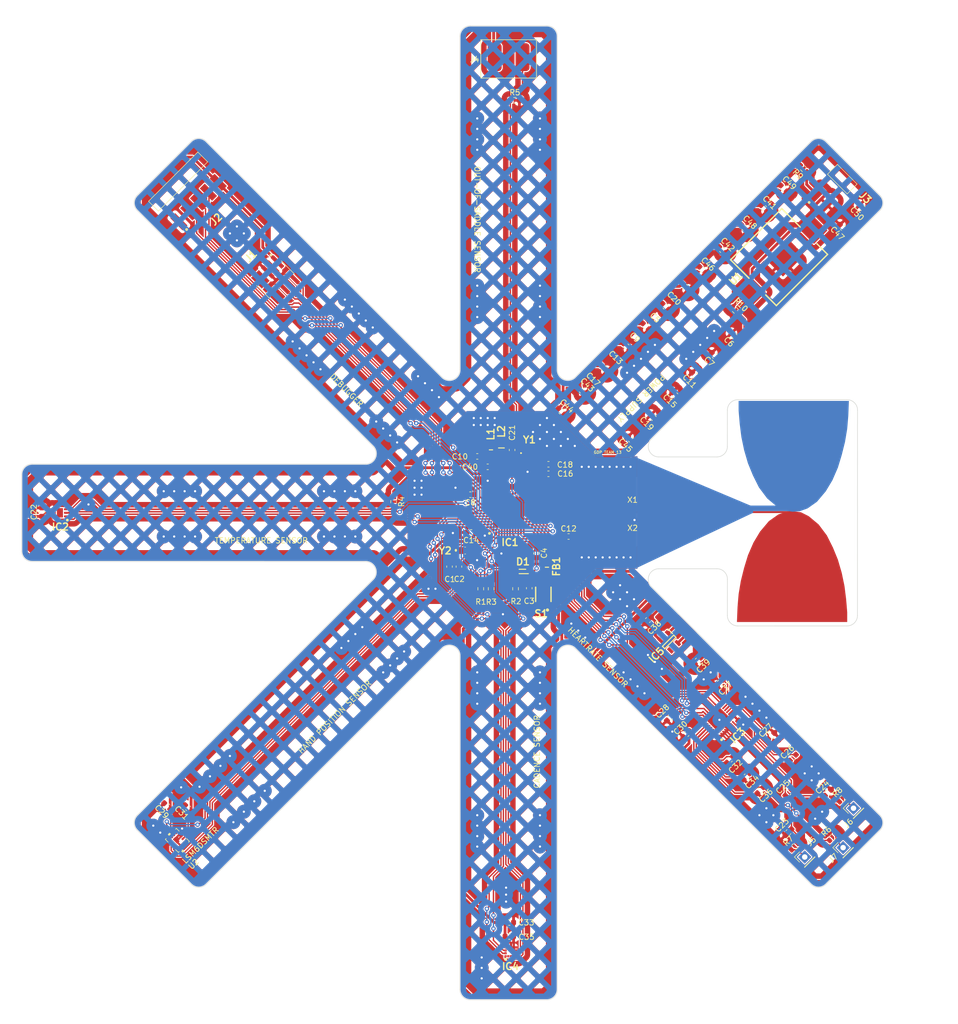
<source format=kicad_pcb>
(kicad_pcb (version 20211014) (generator pcbnew)
  (title_block (title "GDP 13 FPC") (date "2022-11-03") (rev "1.0") (company "University of Southampton"))
  (layers (0 "F.Cu" signal) (31 "B.Cu" signal) (34 "B.Paste" user) (35 "F.Paste" user) (36 "B.SilkS" user "B.Silkscreen") (37 "F.SilkS" user "F.Silkscreen") (38 "B.Mask" user) (39 "F.Mask" user) (44 "Edge.Cuts" user))
  (net 0 "")
  (net 1 "/RCC_OSC32_IN")
  (net 2 "GND")
  (net 3 "/RCC_OSC32_OUT")
  (net 4 "+1V2")
  (net 5 "VDD")
  (net 6 "/PH3-BOOT0")
  (net 7 "/I2C1_SCL")
  (net 8 "/I2C1_SDA")
  (net 10 "/SPI1_SCK")
  (net 11 "/SPI1_NSS")
  (net 12 "/SPI1_MOSI")
  (net 13 "/SPI1_MISO")
  (net 15 "/RCC_MCO")
  (net 16 "/USART1_TX")
  (net 17 "/COMP1_INP")
  (net 18 "/NRST_DEBUG")
  (net 19 "/RCC_OSC_OUT")
  (net 22 "/USART1_RX")
  (net 23 "/HR_INT2")
  (net 24 "/HR_INT1")
  (net 25 "/SYS_JTMS-SWDIO")
  (net 26 "/SYS_JTCK-SWCLK")
  (net 27 "/TEMP_INT")
  (net 28 "/SYS_JTDO-SWO")
  (net 29 "/HANDPOS_INT2")
  (net 30 "/HANDPOS_INT1")
  (net 31 "/CADENCE_INT2")
  (net 32 "/CADENCE_INT1")
  (net 39 "/VDD_PS")
  (net 40 "Net-(J7-Pad1)")
  (net 41 "Net-(L1-Pad2)")
  (net 42 "/VDD_BAT")
  (net 43 "Net-(J5-Pad1)")
  (net 46 "/RCC_OSC_IN")
  (net 47 "/RF1")
  (net 48 "/ECGP")
  (net 49 "/ECGN")
  (net 50 "/NRST")
  (net 51 "/CAPP")
  (net 52 "/CAPN")
  (net 53 "/CPPL")
  (net 54 "/VBG")
  (net 55 "/VCM")
  (net 56 "/VREF")
  (net 59 "Net-(J6-Pad1)")
  (net 60 "/VDDA")
  (net 61 "/VLXSMPS")
  (net 62 "/VFBSMPS")
  (footprint "Capacitor_SMD:C_0603_1608Metric" (layer "F.Cu") (at 223.711734 106.526079 -45)
    (fp_text reference "C42")
    (fp_text value "C")
  )
  (footprint "Capacitor_SMD:C_0603_1608Metric" (layer "F.Cu") (at 122.555 207.900633 135)
    (fp_text reference "C29")
    (fp_text value "C")
  )
  (footprint "Resistor_SMD:R_0603_1608Metric" (layer "F.Cu") (at 226.111637 117.526637 -45)
    (fp_text reference "R10")
    (fp_text value "R")
  )
  (footprint "Capacitor_SMD:C_0603_1608Metric" (layer "F.Cu") (at 211.23837 137.157945 135)
    (fp_text reference "C19")
    (fp_text value "C")
  )
  (footprint "Capacitor_SMD:C_0603_1608Metric" (layer "F.Cu") (at 192.043558 147.32)
    (fp_text reference "C16")
    (fp_text value "C")
  )
  (footprint "Capacitor_SMD:C_0603_1608Metric" (layer "F.Cu") (at 235.802473 212.634319 -135)
    (fp_text reference "C23")
    (fp_text value "C")
  )
  (footprint "Gdp_Flexible:KMR2_1" (layer "F.Cu") (at 191.115 169.292765 90)
    (fp_text reference "S1")
    (fp_text value "KMR231GLFS" hide)
  )
  (footprint "Capacitor_SMD:C_0603_1608Metric" (layer "F.Cu") (at 216.95166 113.248339 -45)
    (fp_text reference "C20")
    (fp_text value "C")
  )
  (footprint "Gdp_Flexible:BEADC1608X95N" (layer "F.Cu") (at 191.77 164.35 90)
    (fp_text reference "FB1")
    (fp_text value "HZ0603C601R-10" hide)
  )
  (footprint "Capacitor_SMD:C_0603_1608Metric" (layer "F.Cu") (at 218.772593 129.425732 135)
    (fp_text reference "C11")
    (fp_text value "C")
  )
  (footprint "Capacitor_SMD:C_0603_1608Metric" (layer "F.Cu") (at 235.777693 205.425334 45)
    (fp_text reference "C25")
    (fp_text value "C")
  )
  (footprint "Capacitor_SMD:C_0603_1608Metric" (layer "F.Cu") (at 207.09826 141.100065 135)
    (fp_text reference "C45")
    (fp_text value "C")
  )
  (footprint "Capacitor_SMD:C_0603_1608Metric" (layer "F.Cu") (at 209.792337 120.445476 -45)
    (fp_text reference "C9")
    (fp_text value "C")
  )
  (footprint "Capacitor_SMD:C_0603_1608Metric" (layer "F.Cu") (at 198.118004 132.119809 -45)
    (fp_text reference "C43")
    (fp_text value "C")
  )
  (footprint "Capacitor_SMD:C_0603_1608Metric" (layer "F.Cu") (at 236.600623 199.06406 45)
    (fp_text reference "C26")
    (fp_text value "C")
  )
  (footprint "Resistor_SMD:R_0603_1608Metric" (layer "F.Cu") (at 245.672627 206.50581 -135)
    (fp_text reference "R8")
    (fp_text value "R")
  )
  (footprint "Capacitor_SMD:C_0603_1608Metric" (layer "F.Cu") (at 225.956798 122.241527 135)
    (fp_text reference "C6")
    (fp_text value "C")
  )
  (footprint "Capacitor_SMD:C_0603_1608Metric" (layer "F.Cu") (at 177.973558 158.009157 180)
    (fp_text reference "C14")
    (fp_text value "C")
  )
  (footprint "Gdp_Flexible:INDC2112X140N" (layer "F.Cu") (at 183.4736 142.61 -90)
    (fp_text reference "L2")
    (fp_text value "74479777310A" hide)
  )
  (footprint "Gdp_Flexible:SOT95P280X145-5N" (layer "F.Cu") (at 214.06018 177.960458 -45)
    (fp_text reference "IC5")
    (fp_text value "TPS7A0312PDBVR" hide)
  )
  (footprint "Capacitor_SMD:C_0603_1608Metric" (layer "F.Cu") (at 210.185 173.99 -135)
    (fp_text reference "C38")
    (fp_text value "C")
  )
  (footprint "Capacitor_SMD:C_0603_1608Metric" (layer "F.Cu") (at 234.937054 95.300759 -45)
    (fp_text reference "C49")
    (fp_text value "C")
  )
  (footprint "Gdp_Flexible:SODFL1608X70N" (layer "F.Cu") (at 187.305 165.12 180)
    (fp_text reference "D1")
    (fp_text value "BAT54KFILM" hide)
  )
  (footprint "Capacitor_SMD:C_0603_1608Metric" (layer "F.Cu") (at 194.396992 135.976992 -45)
    (fp_text reference "C44")
    (fp_text value "C")
  )
  (footprint "Capacitor_SMD:C_0603_1608Metric" (layer "F.Cu") (at 222.364695 125.833629 135)
    (fp_text reference "C7")
    (fp_text value "C")
  )
  (footprint "Gdp_Flexible:LQW18AS10NG0CD" (layer "F.Cu") (at 181.5686 142.953 90)
    (fp_text reference "L1")
    (fp_text value "LQW18AN10NG00D" hide)
  )
  (footprint "Capacitor_SMD:C_0603_1608Metric" (layer "F.Cu") (at 184.912 231.648)
    (fp_text reference "C35")
    (fp_text value "C")
  )
  (footprint "Connector_PinHeader_2.54mm:PinHeader_1x01_P2.54mm_Vertical" (layer "F.Cu") (at 245.759372 215.462008 45)
    (fp_text reference "J7")
    (fp_text value "Conn_01x01")
  )
  (footprint "Capacitor_SMD:C_0603_1608Metric" (layer "F.Cu") (at 217.20327 194.753537 -135)
    (fp_text reference "C30")
    (fp_text value "C")
  )
  (footprint "Capacitor_SMD:C_0603_1608Metric" (layer "F.Cu") (at 188.549609 168.174676 -90)
    (fp_text reference "C3")
    (fp_text value "C")
  )
  (footprint "Gdp_Flexible:NX2012SA32768KHZEXS00AMU00530" (layer "F.Cu") (at 176.87 161.31)
    (fp_text reference "Y2")
    (fp_text value "NX2012SA-32.768KHZ-EXS00A-MU00389" hide)
  )
  (footprint "Gdp_Flexible:Antenna_Flexible_RF" (layer "F.Cu") (at 207.75 154.3)
    (fp_text reference "X1")
    (fp_text value "Antenna_Flexible_RF")
  )
  (footprint "Capacitor_SMD:C_0603_1608Metric" (layer "F.Cu") (at 223.309844 185.414072 -135)
    (fp_text reference "C37")
    (fp_text value "C")
  )
  (footprint "Capacitor_SMD:C_0603_1608Metric" (layer "F.Cu") (at 202.159119 128.078694 -45)
    (fp_text reference "C17")
    (fp_text value "C")
  )
  (footprint "Gdp_Flexible:QFN50P500X500X80-29N" (layer "F.Cu") (at 223.175494 192.193812 135)
    (fp_text reference "IC3")
    (fp_text value "MAX30003CTI+" hide)
  )
  (footprint "Capacitor_SMD:C_0603_1608Metric" (layer "F.Cu") (at 242.986678 205.450114 45)
    (fp_text reference "C24")
    (fp_text value "C")
  )
  (footprint "Resistor_SMD:R_0603_1608Metric" (layer "F.Cu") (at 243.857208 213.559841 45)
    (fp_text reference "R6")
    (fp_text value "R")
  )
  (footprint "Capacitor_SMD:C_0603_1608Metric" (layer "F.Cu") (at 177.8 151.13 180)
    (fp_text reference "C8")
    (fp_text value "C")
  )
  (footprint "Capacitor_SMD:C_0603_1608Metric" (layer "F.Cu") (at 185.42 142.98 90)
    (fp_text reference "C21")
    (fp_text value "C")
  )
  (footprint "Gdp_Flexible:S8201-46R" (layer "F.Cu") (at 234.79326 108.532673 45)
    (fp_text reference "U1")
    (fp_text value "S8201-46R" hide)
  )
  (footprint "Resistor_SMD:R_0603_1608Metric" (layer "F.Cu") (at 181.61 168.275 90)
    (fp_text reference "R3")
    (fp_text value "R")
  )
  (footprint "Gdp_Flexible:TSM-102-YY-ZZZ-SH" (layer "F.Cu") (at 241.8714 97.346243 -45)
    (fp_text reference "J3")
    (fp_text value "TSM-102-01-L-SH" hide)
  )
  (footprint "Capacitor_SMD:C_0603_1608Metric" (layer "F.Cu") (at 219.268729 181.372956 -135)
    (fp_text reference "C39")
    (fp_text value "C")
  )
  (footprint "Capacitor_SMD:C_0603_1608Metric" (layer "F.Cu") (at 245.713361 102.484964 135)
    (fp_text reference "C47")
    (fp_text value "C")
  )
  (footprint "Capacitor_SMD:C_0603_1608Metric" (layer "F.Cu") (at 225.105895 199.42327 -135)
    (fp_text reference "C32")
    (fp_text value "C")
  )
  (footprint "Capacitor_SMD:C_0603_1608Metric" (layer "F.Cu") (at 206.268319 124.105663 -45)
    (fp_text reference "C13")
    (fp_text value "C")
  )
  (footprint "Capacitor_SMD:C_0603_1608Metric" (layer "F.Cu") (at 184.912 229.108)
    (fp_text reference "C33")
    (fp_text value "C")
  )
  (footprint "Capacitor_SMD:C_0603_1608Metric" (layer "F.Cu") (at 214.191223 191.741491 -135)
    (fp_text reference "C28")
    (fp_text value "C")
  )
  (footprint "Gdp_Flexible:NX2016SA32MHZEXS00ACS06654" (layer "F.Cu") (at 188.595 144.145 -90)
    (fp_text reference "Y1")
    (fp_text value "NX2016SA-32MHZ-EXS00A-CS06654" hide)
  )
  (footprint "Capacitor_SMD:C_0603_1608Metric" (layer "F.Cu") (at 195.72 158.75)
    (fp_text reference "C12")
    (fp_text value "C")
  )
  (footprint "Gdp_Flexible:SON65P200X200X80-7N" (layer "F.Cu") (at 102.997642 154.43264 180)
    (fp_text reference "IC2")
    (fp_text value "TMP117MAIDRVR" hide)
  )
  (footprint "Capacitor_SMD:C_0603_1608Metric" (layer "F.Cu") (at 213.384439 116.853373 -45)
    (fp_text reference "C5")
    (fp_text value "C")
  )
  (footprint "Capacitor_SMD:C_0603_1608Metric" (layer "F.Cu") (at 180.975 146.05 180)
    (fp_text reference "C40")
    (fp_text value "C")
  )
  (footprint "Resistor_SMD:R_0603_1608Metric" (layer "F.Cu") (at 179.705 168.275 90)
    (fp_text reference "R1")
    (fp_text value "R")
  )
  (footprint "Resistor_SMD:R_0603_1608Metric" (layer "F.Cu") (at 238.529156 91.708656 135)
    (fp_text reference "R9")
    (fp_text value "R")
  )
  (footprint "Capacitor_SMD:C_0603_1608Metric" (layer "F.Cu") (at 231.344951 98.892861 -45)
    (fp_text reference "C41")
    (fp_text value "C")
  )
  (footprint "Capacitor_SMD:C_0603_1608Metric" (layer "F.Cu") (at 230.673654 204.991029 -135)
    (fp_text reference "C36")
    (fp_text value "C")
  )
  (footprint "Capacitor_SMD:C_0603_1608Metric" (layer "F.Cu") (at 179.07 144.145 180)
    (fp_text reference "C10")
    (fp_text value "C")
  )
  (footprint "Capacitor_SMD:C_0603_1608Metric" (layer "F.Cu") (at 174.01 164.24 -90)
    (fp_text reference "C1")
    (fp_text value "C")
  )
  (footprint "Capacitor_SMD:C_0603_1608Metric" (layer "F.Cu") (at 126.365 208.28 135)
    (fp_text reference "C31")
    (fp_text value "C")
  )
  (footprint "Capacitor_SMD:C_0603_1608Metric" (layer "F.Cu") (at 192.043558 145.587)
    (fp_text reference "C18")
    (fp_text value "C")
  )
  (footprint "Gdp_Flexible:FTS-105-YY-XX-DV-TR" (layer "F.Cu") (at 142.310964 111.958604 -135)
    (fp_text reference "J1")
    (fp_text value "FTS-105-01-F-DV-TR" hide)
  )
  (footprint "Capacitor_SMD:C_0603_1608Metric" (layer "F.Cu") (at 99.695 154.305 90)
    (fp_text reference "C22")
    (fp_text value "C")
  )
  (footprint "Gdp_Flexible:LGA-12" (layer "F.Cu") (at 184.979983 234.455 90)
    (fp_text reference "IC4")
    (fp_text value "LIS2DW12TR" hide)
  )
  (footprint "Capacitor_SMD:C_0603_1608Metric" (layer "F.Cu") (at 220.119631 110.118181 -45)
    (fp_text reference "C46")
    (fp_text value "C")
  )
  (footprint "Resistor_SMD:R_0603_1608Metric" (layer "F.Cu") (at 163.83 152.4 -90)
    (fp_text reference "R4")
    (fp_text value "R")
  )
  (footprint "Connector_PinHeader_2.54mm:PinHeader_1x01_P2.54mm_Vertical" (layer "F.Cu") (at 247.65 208.28 45)
    (fp_text reference "J6")
    (fp_text value "Conn_01x01")
  )
  (footprint "Gdp_Flexible:QFN50P700X700X60-49N-D" (layer "F.Cu") (at 184.785 154.305 90)
    (fp_text reference "IC1")
    (fp_text value "STM32WB15CCU6" hide)
  )
  (footprint "Resistor_SMD:R_0603_1608Metric" (layer "F.Cu") (at 186.055 168.275 90)
    (fp_text reference "R2")
    (fp_text value "R")
  )
  (footprint "Gdp_Flexible:Antenna_Flexible_GND" (layer "F.Cu") (at 207.72 156.375)
    (fp_text reference "X2")
    (fp_text value "Antenna_Flexible_GND")
  )
  (footprint "Capacitor_SMD:C_0603_1608Metric" (layer "F.Cu") (at 249.305464 98.892861 135)
    (fp_text reference "C50")
    (fp_text value "C")
  )
  (footprint "Gdp_Flexible:FSR07CE" (layer "F.Cu") (at 184.785002 71.375282)
    (fp_text reference "J4")
    (fp_text value "FSR07CE")
  )
  (footprint "Resistor_SMD:R_0603_1608Metric" (layer "F.Cu") (at 236.916977 215.261459 45)
    (fp_text reference "R7")
    (fp_text value "R")
  )
  (footprint "Resistor_SMD:R_0603_1608Metric" (layer "F.Cu") (at 185.928 79.248)
    (fp_text reference "R5")
    (fp_text value "R")
  )
  (footprint "Capacitor_SMD:C_0603_1608Metric" (layer "F.Cu") (at 227.752849 102.484964 -45)
    (fp_text reference "C48")
    (fp_text value "C")
  )
  (footprint "Capacitor_SMD:C_0603_1608Metric" (layer "F.Cu") (at 175.73 164.24 -90)
    (fp_text reference "C2")
    (fp_text value "C")
  )
  (footprint "Capacitor_SMD:C_0603_1608Metric" (layer "F.Cu") (at 228.159183 202.476557 -135)
    (fp_text reference "C34")
    (fp_text value "C")
  )
  (footprint "Gdp_Flexible:TSM-105-YY-ZZZ-SH" (layer "F.Cu") (at 128.27 97.79 45)
    (fp_text reference "J2")
    (fp_text value "TSM-105-01-T-SH" hide)
  )
  (footprint "Gdp_Flexible:LSM6DSMTR" (layer "F.Cu") (at 124.407869 214.137174 135)
    (fp_text reference "U2")
    (fp_text value "LSM6DSMTR")
  )
  (footprint "Capacitor_SMD:C_0603_1608Metric" (layer "F.Cu") (at 215.18049 133.017834 135)
    (fp_text reference "C15")
    (fp_text value "C")
  )
  (footprint "Capacitor_SMD:C_0603_1608Metric" (layer "F.Cu") (at 189.870002 161.819157 -90)
    (fp_text reference "C4")
    (fp_text value "C")
  )
  (footprint "Capacitor_SMD:C_0603_1608Metric" (layer "F.Cu") (at 232.649311 195.112747 45)
    (fp_text reference "C27")
    (fp_text value "C")
  )
  (footprint "Connector_PinHeader_2.54mm:PinHeader_1x01_P2.54mm_Vertical" (layer "F.Cu") (at 238.76 217.17 45)
    (fp_text reference "J5")
    (fp_text value "Conn_01x01")
  )
  (gr_arc (start 210.801836 167.879983) (mid 210.388884 165.803933) (end 212.148874 164.627946) (layer "Edge.Cuts") (width 0.1))
  (gr_line (start 117.07 99.29) (end 160.072852 142.291831) (layer "Edge.Cuts") (width 0.1))
  (gr_arc (start 224.664999 135.719999) (mid 225.222961 134.372961) (end 226.569999 133.814999) (layer "Edge.Cuts") (width 0.1))
  (gr_arc (start 191.773965 65.662701) (mid 193.121003 66.220663) (end 193.678965 67.567701) (layer "Edge.Cuts") (width 0.1))
  (gr_arc (start 248.375 173.145) (mid 247.817038 174.492038) (end 246.47 175.05) (layer "Edge.Cuts") (width 0.1))
  (gr_arc (start 193.676075 180.485968) (mid 194.852062 178.725977) (end 196.928112 179.13893) (layer "Edge.Cuts") (width 0.1))
  (gr_line (start 210.801836 167.879983) (end 252.492039 209.572962) (layer "Edge.Cuts") (width 0.1))
  (gr_line (start 126.952052 86.725962) (end 117.07 96.595924) (layer "Edge.Cuts") (width 0.1))
  (gr_arc (start 177.799999 243.205001) (mid 176.452961 242.647039) (end 175.894999 241.300001) (layer "Edge.Cuts") (width 0.1))
  (gr_arc (start 246.480001 133.814999) (mid 247.827039 134.372961) (end 248.385001 135.719999) (layer "Edge.Cuts") (width 0.1))
  (gr_line (start 242.618346 222.141653) (end 252.492039 212.267038) (layer "Edge.Cuts") (width 0.1))
  (gr_arc (start 97.92 163.32) (mid 96.572962 162.762038) (end 96.015 161.415) (layer "Edge.Cuts") (width 0.1))
  (gr_line (start 224.66 142.34) (end 224.664999 135.719999) (layer "Edge.Cuts") (width 0.1))
  (gr_arc (start 226.569999 175.055001) (mid 225.222961 174.497039) (end 224.664999 173.150001) (layer "Edge.Cuts") (width 0.1))
  (gr_line (start 129.647038 222.13704) (end 172.647963 179.142962) (layer "Edge.Cuts") (width 0.1))
  (gr_arc (start 175.9 128.37) (mid 174.724012 130.129991) (end 172.647962 129.717038) (layer "Edge.Cuts") (width 0.1))
  (gr_line (start 97.92 163.32) (end 158.717147 163.326259) (layer "Edge.Cuts") (width 0.1))
  (gr_line (start 239.922962 86.72296) (end 196.932442 129.703999) (layer "Edge.Cuts") (width 0.1))
  (gr_line (start 222.765 164.625) (end 212.148874 164.627946) (layer "Edge.Cuts") (width 0.1))
  (gr_line (start 96.016151 147.448308) (end 96.015 161.415) (layer "Edge.Cuts") (width 0.1))
  (gr_arc (start 126.952052 86.725962) (mid 128.29909 86.168001) (end 129.646128 86.725962) (layer "Edge.Cuts") (width 0.1))
  (gr_line (start 196.928112 179.13893) (end 239.92427 222.141653) (layer "Edge.Cuts") (width 0.1))
  (gr_arc (start 172.647963 179.142962) (mid 174.724013 178.73001) (end 175.9 180.49) (layer "Edge.Cuts") (width 0.1))
  (gr_line (start 248.385001 135.719999) (end 248.375 173.145) (layer "Edge.Cuts") (width 0.1))
  (gr_line (start 191.773965 65.662701) (end 177.801385 65.663262) (layer "Edge.Cuts") (width 0.1))
  (gr_line (start 210.800909 140.992461) (end 252.492039 99.297038) (layer "Edge.Cuts") (width 0.1))
  (gr_arc (start 252.492039 96.602962) (mid 253.05 97.95) (end 252.492039 99.297038) (layer "Edge.Cuts") (width 0.1))
  (gr_arc (start 252.492039 209.572962) (mid 253.05 210.92) (end 252.492039 212.267038) (layer "Edge.Cuts") (width 0.1))
  (gr_arc (start 158.717147 163.326259) (mid 160.477138 164.502246) (end 160.064185 166.578296) (layer "Edge.Cuts") (width 0.1))
  (gr_line (start 175.9 180.49) (end 175.894999 241.300001) (layer "Edge.Cuts") (width 0.1))
  (gr_line (start 160.064185 166.578296) (end 117.07296 209.572962) (layer "Edge.Cuts") (width 0.1))
  (gr_line (start 226.569999 175.055001) (end 246.47 175.05) (layer "Edge.Cuts") (width 0.1))
  (gr_line (start 252.492039 96.602962) (end 242.617038 86.72296) (layer "Edge.Cuts") (width 0.1))
  (gr_arc (start 175.896385 67.568262) (mid 176.454347 66.221224) (end 177.801385 65.663262) (layer "Edge.Cuts") (width 0.1))
  (gr_arc (start 212.147947 144.244498) (mid 210.387956 143.068511) (end 210.800909 140.992461) (layer "Edge.Cuts") (width 0.1))
  (gr_line (start 175.896385 67.568262) (end 175.9 128.37) (layer "Edge.Cuts") (width 0.1))
  (gr_line (start 222.755 144.245) (end 212.147947 144.244498) (layer "Edge.Cuts") (width 0.1))
  (gr_line (start 117.07296 212.267038) (end 126.952962 222.13704) (layer "Edge.Cuts") (width 0.1))
  (gr_line (start 193.671775 241.300496) (end 193.676075 180.485968) (layer "Edge.Cuts") (width 0.1))
  (gr_line (start 177.799999 243.205001) (end 191.766775 243.205496) (layer "Edge.Cuts") (width 0.1))
  (gr_arc (start 196.932442 129.703999) (mid 194.856392 130.116951) (end 193.680405 128.356961) (layer "Edge.Cuts") (width 0.1))
  (gr_arc (start 222.765 164.625) (mid 224.112038 165.182962) (end 224.67 166.53) (layer "Edge.Cuts") (width 0.1))
  (gr_line (start 226.569999 133.814999) (end 246.480001 133.814999) (layer "Edge.Cuts") (width 0.1))
  (gr_line (start 158.725814 145.543868) (end 97.921151 145.543308) (layer "Edge.Cuts") (width 0.1))
  (gr_arc (start 193.671775 241.300496) (mid 193.113813 242.647534) (end 191.766775 243.205496) (layer "Edge.Cuts") (width 0.1))
  (gr_line (start 193.680405 128.356961) (end 193.678965 67.567701) (layer "Edge.Cuts") (width 0.1))
  (gr_arc (start 129.647038 222.13704) (mid 128.3 222.695001) (end 126.952962 222.13704) (layer "Edge.Cuts") (width 0.1))
  (gr_arc (start 239.922962 86.72296) (mid 241.27 86.164999) (end 242.617038 86.72296) (layer "Edge.Cuts") (width 0.1))
  (gr_arc (start 224.66 142.34) (mid 224.102038 143.687038) (end 222.755 144.245) (layer "Edge.Cuts") (width 0.1))
  (gr_arc (start 117.07 99.29) (mid 116.512039 97.942962) (end 117.07 96.595924) (layer "Edge.Cuts") (width 0.1))
  (gr_arc (start 242.618346 222.141653) (mid 241.271308 222.699614) (end 239.92427 222.141653) (layer "Edge.Cuts") (width 0.1))
  (gr_arc (start 117.07296 212.267038) (mid 116.514999 210.92) (end 117.07296 209.572962) (layer "Edge.Cuts") (width 0.1))
  (gr_line (start 224.67 166.53) (end 224.664999 173.150001) (layer "Edge.Cuts") (width 0.1))
  (gr_line (start 172.647962 129.717038) (end 129.646128 86.725962) (layer "Edge.Cuts") (width 0.1))
  (gr_arc (start 96.016151 147.448308) (mid 96.574113 146.10127) (end 97.921151 145.543308) (layer "Edge.Cuts") (width 0.1))
  (gr_arc (start 160.072852 142.291831) (mid 160.485804 144.367881) (end 158.725814 145.543868) (layer "Edge.Cuts") (width 0.1))
  (gr_text "GDP TEAM 13" (at 202.838558 143.404157) (layer "F.SilkS") (effects (font (size 0.5 0.5) (thickness 0.1))))
  (gr_text "POWER SUPPLY\n" (at 208.927584 133.505129 225) (layer "F.SilkS") (effects (font (size 1 1))))
  (gr_text "DEBUGGER\n" (at 155.240411 132.072256 315) (layer "F.SilkS") (effects (font (size 1 1))))
  (gr_text "HEARTRATE SENSOR\n" (at 201.060558 180.742157 315) (layer "F.SilkS") (effects (font (size 1 1))))
  (gr_text "OUT-OF-SADDLE SENSOR\n" (at 179.070002 100.965 270) (layer "F.SilkS") (effects (font (size 1 1))))
  (gr_text "HAND POSITION SENSOR" (at 153.108558 191.654157 45) (layer "F.SilkS") (effects (font (size 1 1))))
  (gr_text "CADENCE SENSOR\n" (at 189.958558 197.974157 90) (layer "F.SilkS") (effects (font (size 1 1))))
  (gr_text "TEMPERATURE SENSOR\n" (at 139.7 159.484157) (layer "F.SilkS") (effects (font (size 1 1))))
  (segment (start 180.638558 160.234157) (end 176.495843 160.234157) (width 0.25) (layer "F.Cu") (net 1))
  (segment (start 182.535 157.755) (end 182.535 158.337715) (width 0.25) (layer "F.Cu") (net 1))
  (segment (start 176.495843 160.234157) (end 176.12 160.61) (width 0.25) (layer "F.Cu") (net 1))
  (segment (start 174.01 163.42) (end 174.01 163.465) (width 0.25) (layer "F.Cu") (net 1))
  (segment (start 176.12 160.61) (end 176.12 161.31) (width 0.25) (layer "F.Cu") (net 1))
  (segment (start 182.535 158.337715) (end 180.638558 160.234157) (width 0.25) (layer "F.Cu") (net 1))
  (segment (start 176.12 161.31) (end 174.01 163.42) (width 0.25) (layer "F.Cu") (net 1))
  (segment (start 124.477938 213.36) (end 124.730523 213.107415) (width 0.245) (layer "F.Cu") (net 2))
  (segment (start 125.440457 214.816208) (end 125.086903 215.169762) (width 0.245) (layer "F.Cu") (net 2))
  (segment (start 106.85923 152.908) (end 105.33459 154.43264) (width 0.254) (layer "F.Cu") (net 2))
  (segment (start 125.084075 213.460968) (end 124.730522 213.107415) (width 0.245) (layer "F.Cu") (net 2))
  (segment (start 190.315 171.342765) (end 191.915 171.342765) (width 0.508) (layer "F.Cu") (net 2))
  (segment (start 224.493356 190.178558) (end 225.496958 189.174958) (width 0.254) (layer "F.Cu") (net 2))
  (segment (start 185.729983 233.655) (end 185.729983 234.178) (width 0.245) (layer "F.Cu") (net 2))
  (segment (start 188.235 152.555) (end 189.106052 152.555) (width 0.254) (layer "F.Cu") (net 2))
  (segment (start 226.750044 189.174956) (end 227.965 187.96) (width 0.254) (layer "F.Cu") (net 2))
  (segment (start 189.441 152.220053) (end 189.441 150.933767) (width 0.254) (layer "F.Cu") (net 2))
  (segment (start 223.776536 194.916173) (end 223.553373 195.139335) (width 0.508) (layer "F.Cu") (net 2))
  (segment (start 108.204 152.908) (end 106.85923 152.908) (width 0.254) (layer "F.Cu") (net 2))
  (segment (start 125.086904 215.169762) (end 124.73335 215.523316) (width 0.245) (layer "F.Cu") (net 2))
  (segment (start 219.004308 195.657889) (end 219.004308 197.878666) (width 0.254) (layer "F.Cu") (net 2))
  (segment (start 192.818558 147.556209) (end 192.818558 147.32) (width 0.254) (layer "F.Cu") (net 2))
  (segment (start 219.912306 196.164106) (end 219.912306 197.50256) (width 0.254) (layer "F.Cu") (net 2))
  (segment (start 224.150207 203.024565) (end 227.611175 203.024565) (width 0.254) (layer "F.Cu") (net 2))
  (segment (start 226.11137 191.59277) (end 227.554358 193.035757) (width 0.254) (layer "F.Cu") (net 2))
  (segment (start 221.867346 194.209066) (end 219.912306 196.164106) (width 0.245) (layer "F.Cu") (net 2))
  (segment (start 192.818558 145.587) (end 192.818558 147.32) (width 0.508) (layer "F.Cu") (net 2))
  (segment (start 224.483642 190.178557) (end 224.493356 190.178558) (width 0.254) (layer "F.Cu") (net 2))
  (segment (start 223.776536 194.916173) (end 224.837196 193.855512) (width 0.508) (layer "F.Cu") (net 2))
  (segment (start 222.381024 199.971278) (end 224.557888 199.971278) (width 0.254) (layer "F.Cu") (net 2))
  (segment (start 222.657326 194.980377) (end 222.647993 194.989712) (width 0.508) (layer "F.Cu") (net 2))
  (segment (start 223.553373 195.139335) (end 222.816284 195.139335) (width 0.508) (layer "F.Cu") (net 2))
  (segment (start 189.441 150.933767) (end 192.818558 147.556209) (width 0.254) (layer "F.Cu") (net 2))
  (segment (start 186.535 152.555) (end 184.785 154.305) (width 0.254) (layer "F.Cu") (net 2))
  (segment (start 225.897854 191.59277) (end 226.11137 191.59277) (width 0.254) (layer "F.Cu") (net 2))
  (segment (start 188.235 152.555) (end 186.535 152.555) (width 0.254) (layer "F.Cu") (net 2))
  (segment (start 125.086904 215.169762) (end 124.46 214.542858) (width 0.245) (layer "F.Cu") (net 2))
  (segment (start 184.035 150.855) (end 184.035 153.555) (width 0.254) (layer "F.Cu") (net 2))
  (segment (start 221.16024 193.501958) (end 219.004308 195.657889) (width 0.245) (layer "F.Cu") (net 2))
  (segment (start 105.33459 154.43264) (end 104.047642 154.43264) (width 0.254) (layer "F.Cu") (net 2))
  (segment (start 185.729983 233.655) (end 185.256983 233.655) (width 0.245) (layer "F.Cu") (net 2))
  (segment (start 225.496958 189.174958) (end 226.750044 189.174956) (width 0.254) (layer "F.Cu") (net 2))
  (segment (start 219.004308 197.878666) (end 224.150207 203.024565) (width 0.254) (layer "F.Cu") (net 2))
  (segment (start 124.46 214.542858) (end 124.46 213.36) (width 0.245) (layer "F.Cu") (net 2))
  (segment (start 222.816284 195.139335) (end 222.657326 194.980377) (width 0.508) (layer "F.Cu") (net 2))
  (segment (start 189.106052 152.555) (end 189.441 152.220053) (width 0.254) (layer "F.Cu") (net 2))
  (segment (start 184.035 153.555) (end 184.785 154.305) (width 0.254) (layer "F.Cu") (net 2))
  (segment (start 219.912306 197.50256) (end 222.381024 199.971278) (width 0.254) (layer "F.Cu") (net 2))
  (segment (start 224.837196 193.855512) (end 225.058265 193.634443) (width 0.508) (layer "F.Cu") (net 2))
  (segment (start 124.46 213.36) (end 124.477938 213.36) (width 0.245) (layer "F.Cu") (net 2))
  (via (at 198.755 177.165) (size 0.8) (drill 0.4) (layers "F.Cu" "B.Cu") (net 2))
  (via (at 203.835 168.91) (size 0.8) (drill 0.4) (layers "F.Cu" "B.Cu") (net 2))
  (via (at 163.195 182.245) (size 0.8) (drill 0.4) (layers "F.Cu" "B.Cu") (net 2))
  (via (at 203.2 162.56) (size 0.8) (drill 0.4) (layers "F.Cu" "B.Cu") (net 2))
  (via (at 194.31 142.24) (size 0.8) (drill 0.4) (layers "F.Cu" "B.Cu") (net 2))
  (via (at 154.94 158.75) (size 0.8) (drill 0.4) (layers "F.Cu" "B.Cu") (net 2))
  (via (at 158.75 119.38) (size 0.8) (drill 0.4) (layers "F.Cu" "B.Cu") (net 2))
  (via (at 207.645 170.18) (size 0.8) (drill 0.4) (layers "F.Cu" "B.Cu") (net 2))
  (via (at 233.045 209.55) (size 0.8) (drill 0.4) (layers "F.Cu" "B.Cu") (net 2))
  (via (at 178.435 137.16) (size 0.8) (drill 0.4) (layers "F.Cu" "B.Cu") (net 2))
  (via (at 108.204 152.908) (size 0.8) (drill 0.4) (layers "F.Cu" "B.Cu") (net 2))
  (via (at 210.185 125.095) (size 0.8) (drill 0.4) (layers "F.Cu" "B.Cu") (net 2))
  (via (at 132.253558 200.554157) (size 0.8) (drill 0.4) (layers "F.Cu" "B.Cu") (net 2))
  (via (at 214.63 194.31) (size 0.8) (drill 0.4) (layers "F.Cu" "B.Cu") (net 2))
  (via (at 196.85 142.24) (size 0.8) (drill 0.4) (layers "F.Cu" "B.Cu") (net 2))
  (via (at 123.825 150.495) (size 0.8) (drill 0.4) (layers "F.Cu" "B.Cu") (net 2))
  (via (at 205.74 183.515) (size 0.8) (drill 0.4) (layers "F.Cu" "B.Cu") (net 2))
  (via (at 223.210958 192.172157) (size 0.8) (drill 0.4) (layers "F.Cu" "B.Cu") (net 2))
  (via (at 231.775 208.28) (size 0.8) (drill 0.4) (layers "F.Cu" "B.Cu") (net 2))
  (via (at 179.04 163.06) (size 0.8) (drill 0.4) (layers "F.Cu" "B.Cu") (net 2))
  (via (at 133.985 198.755) (size 0.8) (drill 0.4) (layers "F.Cu" "B.Cu") (net 2))
  (via (at 194.31 139.7) (size 0.8) (drill 0.4) (layers "F.Cu" "B.Cu") (net 2))
  (via (at 190.5 209.55) (size 0.8) (drill 0.4) (layers "F.Cu" "B.Cu") (net 2))
  (via (at 156.845 158.75) (size 0.8) (drill 0.4) (layers "F.Cu" "B.Cu") (net 2))
  (via (at 240.665 210.185) (size 0.8) (drill 0.4) (layers "F.Cu" "B.Cu") (net 2))
  (via (at 211.455 123.825) (size 0.8) (drill 0.4) (layers "F.Cu" "B.Cu") (net 2))
  (via (at 147.955 125.73) (size 0.8) (drill 0.4) (layers "F.Cu" "B.Cu") (net 2))
  (via (at 191.77 142.24) (size 0.8) (drill 0.4) (layers "F.Cu" "B.Cu") (net 2))
  (via (at 207.645 127.635) (size 0.8) (drill 0.4) (layers "F.Cu" "B.Cu") (net 2))
  (via (at 179.07 211.455) (size 0.8) (drill 0.4) (layers "F.Cu" "B.Cu") (net 2))
  (via (at 179.07 88.265) (size 0.8) (drill 0.4) (layers "F.Cu" "B.Cu") (net 2))
  (via (at 183.47 161.85) (size 0.8) (drill 0.4) (layers "F.Cu" "B.Cu") (net 2))
  (via (at 199.39 146.05) (size 0.8) (drill 0.4) (layers "F.Cu" "B.Cu") (net 2))
  (via (at 190.5 187.325) (size 0.8) (drill 0.4) (layers "F.Cu" "B.Cu") (net 2))
  (via (at 190.5 189.23) (size 0.8) (drill 0.4) (layers "F.Cu" "B.Cu") (net 2))
  (via (at 160.655 137.795) (size 0.8) (drill 0.4) (layers "F.Cu" "B.Cu") (net 2))
  (via (at 130.348558 202.459157) (size 0.8) (drill 0.4) (layers "F.Cu" "B.Cu") (net 2))
  (via (at 241.935 208.915) (size 0.8) (drill 0.4) (layers "F.Cu" "B.Cu") (net 2))
  (via (at 125.73 158.75) (size 0.8) (drill 0.4) (layers "F.Cu" "B.Cu") (net 2))
  (via (at 201.93 162.56) (size 0.8) (drill 0.4) (layers "F.Cu" "B.Cu") (net 2))
  (via (at 121.285 212.725) (size 0.8) (drill 0.4) (layers "F.Cu" "B.Cu") (net 2))
  (via (at 167.64 151.13) (size 0.8) (drill 0.4) (layers "F.Cu" "B.Cu") (net 2))
  (via (at 175.1 149.86) (size 0.8) (drill 0.4) (layers "F.Cu" "B.Cu") (net 2))
  (via (at 240.03 200.66) (size 0.8) (drill 0.4) (layers "F.Cu" "B.Cu") (net 2))
  (via (at 190.5 138.43) (size 0.8) (drill 0.4) (layers "F.Cu" "B.Cu") (net 2))
  (via (at 179.705 138.43) (size 0.8) (drill 0.4) (layers "F.Cu" "B.Cu") (net 2))
  (via (at 190.5 215.265) (size 0.8) (drill 0.4) (layers "F.Cu" "B.Cu") (net 2))
  (via (at 188.24 146.96) (size 0.8) (drill 0.4) (layers "F.Cu" "B.Cu") (net 2))
  (via (at 184.323558 225.298) (size 0.8) (drill 0.4) (layers "F.Cu" "B.Cu") (net 2))
  (via (at 136.525 208.915) (size 0.8) (drill 0.4) (layers "F.Cu" "B.Cu") (net 2))
  (via (at 170.18 168.275) (size 0.8) (drill 0.4) (layers "F.Cu" "B.Cu") (net 2))
  (via (at 190.5 211.455) (size 0.8) (drill 0.4) (layers "F.Cu" "B.Cu") (net 2))
  (via (at 197.485 175.895) (size 0.8) (drill 0.4) (layers "F.Cu" "B.Cu") (net 2))
  (via (at 180.975 137.16) (size 0.8) (drill 0.4) (layers "F.Cu" "B.Cu") (net 2))
  (via (at 183.75 172.92) (size 0.8) (drill 0.4) (layers "F.Cu" "B.Cu") (net 2))
  (via (at 190.5 185.42) (size 0.8) (drill 0.4) (layers "F.Cu" "B.Cu") (net 2))
  (via (at 198.12 162.56) (size 0.8) (drill 0.4) (layers "F.Cu" "B.Cu") (net 2))
  (via (at 179.878558 235.479157) (size 0.8) (drill 0.4) (layers "F.Cu" "B.Cu") (net 2))
  (via (at 168.91 151.13) (size 0.8) (drill 0.4) (layers "F.Cu" "B.Cu") (net 2))
  (via (at 198.12 146.05) (size 0.8) (drill 0.4) (layers "F.Cu" "B.Cu") (net 2))
  (via (at 191.77 139.7) (size 0.8) (drill 0.4) (layers "F.Cu" "B.Cu") (net 2))
  (via (at 150.495 128.27) (size 0.8) (drill 0.4) (layers "F.Cu" "B.Cu") (net 2))
  (via (at 238.76 201.93) (size 0.8) (drill 0.4) (layers "F.Cu" "B.Cu") (net 2))
  (via (at 127.635 150.495) (size 0.8) (drill 0.4) (layers "F.Cu" "B.Cu") (net 2))
  (via (at 240.03 203.2) (size 0.8) (drill 0.4) (layers "F.Cu" "B.Cu") (net 2))
  (via (at 227.965 187.96) (size 0.8) (drill 0.4) (layers "F.Cu" "B.Cu") (net 2))
  (via (at 170.815 132.08) (size 0.8) (drill 0.4) (layers "F.Cu" "B.Cu") (net 2))
  (via (at 184.323558 222.758) (size 0.8) (drill 0.4) (layers "F.Cu" "B.Cu") (net 2))
  (via (at 164.465 180.975) (size 0.8) (drill 0.4) (layers "F.Cu" "B.Cu") (net 2))
  (via (at 207.01 162.56) (size 0.8) (drill 0.4) (layers "F.Cu" "B.Cu") (net 2))
  (via (at 190.5 114.935) (size 0.8) (drill 0.4) (layers "F.Cu" "B.Cu") (net 2))
  (via (at 206.375 171.45) (size 0.8) (drill 0.4) (layers "F.Cu" "B.Cu") (net 2))
  (via (at 180.44 158.59) (size 0.8) (drill 0.4) (layers "F.Cu" "B.Cu") (net 2))
  (via (at 179.878558 239.289157) (size 0.8) (drill 0.4) (layers "F.Cu" "B.Cu") (net 2))
  (via (at 217.17 126.365) (size 0.8) (drill 0.4) (layers "F.Cu" "B.Cu") (net 2))
  (via (at 190.5 140.97) (size 0.8) (drill 0.4) (layers "F.Cu" "B.Cu") (net 2))
  (via (at 220.98 122.555) (size 0.8) (drill 0.4) (layers "F.Cu" "B.Cu") (net 2))
  (via (at 200.66 146.05) (size 0.8) (drill 0.4) (layers "F.Cu" "B.Cu") (net 2))
  (via (at 134.62 210.82) (size 0.8) (drill 0.4) (layers "F.Cu" "B.Cu") (net 2))
  (via (at 133.985 103.505) (size 0.8) (drill 0.4) (layers "F.Cu" "B.Cu") (net 2))
  (via (at 229.235 189.23) (size 0.8) (drill 0.4) (layers "F.Cu" "B.Cu") (net 2))
  (via (at 135.255 102.235) (size 0.8) (drill 0.4) (layers "F.Cu" "B.Cu") (net 2))
  (via (at 222.25 121.285) (size 0.8) (drill 0.4) (layers "F.Cu" "B.Cu") (net 2))
  (via (at 230.505 190.5) (size 0.8) (drill 0.4) (layers "F.Cu" "B.Cu") (net 2))
  (via (at 135.255 104.775) (size 0.8) (drill 0.4) (layers "F.Cu" "B.Cu") (net 2))
  (via (at 174.625 158.115) (size 0.8) (drill 0.4) (layers "F.Cu" "B.Cu") (net 2))
  (via (at 120.015 211.455) (size 0.8) (drill 0.4) (layers "F.Cu" "B.Cu") (net 2))
  (via (at 121.92 150.495) (size 0.8) (drill 0.4) (layers "F.Cu" "B.Cu") (net 2))
  (via (at 161.925 139.065) (size 0.8) (drill 0.4) (layers "F.Cu" "B.Cu") (net 2))
  (via (at 191.77 137.16) (size 0.8) (drill 0.4) (layers "F.Cu" "B.Cu") (net 2))
  (via (at 123.825 158.75) (size 0.8) (drill 0.4) (layers "F.Cu" "B.Cu") (net 2))
  (via (at 190.5 116.84) (size 0.8) (drill 0.4) (layers "F.Cu" "B.Cu") (net 2))
  (via (at 156.845 150.495) (size 0.8) (drill 0.4) (layers "F.Cu" "B.Cu") (net 2))
  (via (at 179.07 116.84) (size 0.8) (drill 0.4) (layers "F.Cu" "B.Cu") (net 2))
  (via (at 211.455 181.61) (size 0.8) (drill 0.4) (layers "F.Cu" "B.Cu") (net 2))
  (via (at 205.105 167.64) (size 0.8) (drill 0.4) (layers "F.Cu" "B.Cu") (net 2))
  (via (at 121.92 158.75) (size 0.8) (drill 0.4) (layers "F.Cu" "B.Cu") (net 2))
  (via (at 180.975 148.59) (size 0.8) (drill 0.4) (layers "F.Cu" "B.Cu") (net 2))
  (via (at 168.275 129.54) (size 0.8) (drill 0.4) (layers "F.Cu" "B.Cu") (net 2))
  (via (at 230.505 209.55) (size 0.8) (drill 0.4) (layers "F.Cu" "B.Cu") (net 2))
  (via (at 207.01 184.785) (size 0.8) (drill 0.4) (layers "F.Cu" "B.Cu") (net 2))
  (via (at 179.07 82.55) (size 0.8) (drill 0.4) (layers "F.Cu" "B.Cu") (net 2))
  (via (at 179.07 183.515) (size 0.8) (drill 0.4) (layers "F.Cu" "B.Cu") (net 2))
  (via (at 207.01 146.05) (size 0.8) (drill 0.4) (layers "F.Cu" "B.Cu") (net 2))
  (via (at 190.5 86.36) (size 0.8) (drill 0.4) (layers "F.Cu" "B.Cu") (net 2))
  (via (at 207.73 155.74) (size 0.8) (drill 0.4) (layers "F.Cu" "B.Cu") (net 2))
  (via (at 168.91 149.86) (size 0.8) (drill 0.4) (layers "F.Cu" "B.Cu") (net 2))
  (via (at 193.04 140.97) (size 0.8) (drill 0.4) (layers "F.Cu" "B.Cu") (net 2))
  (via (at 151.13 150.495) (size 0.8) (drill 0.4) (layers "F.Cu" "B.Cu") (net 2))
  (via (at 149.225 127) (size 0.8) (drill 0.4) (layers "F.Cu" "B.Cu") (net 2))
  (via (at 200.66 162.56) (size 0.8) (drill 0.4) (layers "F.Cu" "B.Cu") (net 2))
  (via (at 204.47 162.56) (size 0.8) (drill 0.4) (layers "F.Cu" "B.Cu") (net 2))
  (via (at 169.545 130.81) (size 0.8) (drill 0.4) (layers "F.Cu" "B.Cu") (net 2))
  (via (at 189.23 139.7) (size 0.8) (drill 0.4) (layers "F.Cu" "B.Cu") (net 2))
  (via (at 199.39 162.56) (size 0.8) (drill 0.4) (layers "F.Cu" "B.Cu") (net 2))
  (via (at 218.44 125.095) (size 0.8) (drill 0.4) (layers "F.Cu" "B.Cu") (net 2))
  (via (at 180.975 138.43) (size 0.8) (drill 0.4) (layers "F.Cu" "B.Cu") (net 2))
  (via (at 196.215 174.625) (size 0.8) (drill 0.4) (layers "F.Cu" "B.Cu") (net 2))
  (via (at 156.21 116.84) (size 0.8) (drill 0.4) (layers "F.Cu" "B.Cu") (net 2))
  (via (at 146.685 124.46) (size 0.8) (drill 0.4) (layers "F.Cu" "B.Cu") (net 2))
  (via (at 203.2 146.05) (size 0.8) (drill 0.4) (layers "F.Cu" "B.Cu") (net 2))
  (via (at 153.035 158.75) (size 0.8) (drill 0.4) (layers "F.Cu" "B.Cu") (net 2))
  (via (at 156.845 176.53) (size 0.8) (drill 0.4) (layers "F.Cu" "B.Cu") (net 2))
  (via (at 136.525 103.505) (size 0.8) (drill 0.4) (layers "F.Cu" "B.Cu") (net 2))
  (via (at 231.775 210.82) (size 0.8) (drill 0.4) (layers "F.Cu" "B.Cu") (net 2))
  (via (at 168.91 148.59) (size 0.8) (drill 0.4) (layers "F.Cu" "B.Cu") (net 2))
  (via (at 125.095 204.47) (size 0.8) (drill 0.4) (layers "F.Cu" "B.Cu") (net 2))
  (via (at 171.45 168.275) (size 0.8) (drill 0.4) (layers "F.Cu" "B.Cu") (net 2))
  (via (at 167.64 148.59) (size 0.8) (drill 0.4) (layers "F.Cu" "B.Cu") (net 2))
  (via (at 206.375 168.91) (size 0.8) (drill 0.4) (layers "F.Cu" "B.Cu") (net 2))
  (via (at 179.07 114.935) (size 0.8) (drill 0.4) (layers "F.Cu" "B.Cu") (net 2))
  (via (at 179.07 84.455) (size 0.8) (drill 0.4) (layers "F.Cu" "B.Cu") (net 2))
  (via (at 205.74 146.05) (size 0.8) (drill 0.4) (layers "F.Cu" "B.Cu") (net 2))
  (via (at 184.323558 224.028) (size 0.8) (drill 0.4) (layers "F.Cu" "B.Cu") (net 2))
  (via (at 208.915 126.365) (size 0.8) (drill 0.4) (layers "F.Cu" "B.Cu") (net 2))
  (via (at 209.55 187.325) (size 0.8) (drill 0.4) (layers "F.Cu" "B.Cu") (net 2))
  (via (at 179.07 118.745) (size 0.8) (drill 0.4) (layers "F.Cu" "B.Cu") (net 2))
  (via (at 155.575 177.8) (size 0.8) (drill 0.4) (layers "F.Cu" "B.Cu") (net 2))
  (via (at 221.615 183.515) (size 0.8) (drill 0.4) (layers "F.Cu" "B.Cu") (net 2))
  (via (at 190.5 118.745) (size 0.8) (drill 0.4) (layers "F.Cu" "B.Cu") (net 2))
  (via (at 151.13 158.75) (size 0.8) (drill 0.4) (layers "F.Cu" "B.Cu") (net 2))
  (via (at 212.725 182.88) (size 0.8) (drill 0.4) (layers "F.Cu" "B.Cu") (net 2))
  (via (at 182.245 138.43) (size 0.8) (drill 0.4) (layers "F.Cu" "B.Cu") (net 2))
  (via (at 190.5 88.265) (size 0.8) (drill 0.4) (layers "F.Cu" "B.Cu") (net 2))
  (via (at 190.5 183.515) (size 0.8) (drill 0.4) (layers "F.Cu" "B.Cu") (net 2))
  (via (at 157.48 118.11) (size 0.8) (drill 0.4) (layers "F.Cu" "B.Cu") (net 2))
  (via (at 179.878558 237.384157) (size 0.8) (drill 0.4) (layers "F.Cu" "B.Cu") (net 2))
  (via (at 172.085 133.35) (size 0.8) (drill 0.4) (layers "F.Cu" "B.Cu") (net 2))
  (via (at 179.07 187.325) (size 0.8) (drill 0.4) (layers "F.Cu" "B.Cu") (net 2))
  (via (at 167.64 149.86) (size 0.8) (drill 0.4) (layers "F.Cu" "B.Cu") (net 2))
  (via (at 179.07 213.36) (size 0.8) (drill 0.4) (layers "F.Cu" "B.Cu") (net 2))
  (via (at 206.375 128.905) (size 0.8) (drill 0.4) (layers "F.Cu" "B.Cu") (net 2))
  (via (at 178.435 138.43) (size 0.8) (drill 0.4) (layers "F.Cu" "B.Cu") (net 2))
  (via (at 227.554358 193.035757) (size 0.8) (drill 0.4) (layers "F.Cu" "B.Cu") (net 2))
  (via (at 179.07 215.265) (size 0.8) (drill 0.4) (layers "F.Cu" "B.Cu") (net 2))
  (via (at 179.705 137.16) (size 0.8) (drill 0.4) (layers "F.Cu" "B.Cu") (net 2))
  (via (at 241.3 201.93) (size 0.8) (drill 0.4) (layers "F.Cu" "B.Cu") (net 2))
  (via (at 210.185 180.34) (size 0.8) (drill 0.4) (layers "F.Cu" "B.Cu") (net 2))
  (via (at 153.035 150.495) (size 0.8) (drill 0.4) (layers "F.Cu" "B.Cu") (net 2))
  (via (at 231.775 191.77) (size 0.8) (drill 0.4) (layers "F.Cu" "B.Cu") (net 2))
  (via (at 201.93 146.05) (size 0.8) (drill 0.4) (layers "F.Cu" "B.Cu") (net 2))
  (via (at 205.105 170.18) (size 0.8) (drill 0.4) (layers "F.Cu" "B.Cu") (net 2))
  (via (at 190.5 113.03) (size 0.8) (drill 0.4) (layers "F.Cu" "B.Cu") (net 2))
  (via (at 138.43 207.01) (size 0.8) (drill 0.4) (layers "F.Cu" "B.Cu") (net 2))
  (via (at 154.305 179.07) (size 0.8) (drill 0.4) (layers "F.Cu" "B.Cu") (net 2))
  (via (at 182.245 137.16) (size 0.8) (drill 0.4) (layers "F.Cu" "B.Cu") (net 2))
  (via (at 179.07 86.36) (size 0.8) (drill 0.4) (layers "F.Cu" "B.Cu") (net 2))
  (via (at 179.07 209.55) (size 0.8) (drill 0.4) (layers "F.Cu" "B.Cu") (net 2))
  (via (at 219.71 123.825) (size 0.8) (drill 0.4) (layers "F.Cu" "B.Cu") (net 2))
  (via (at 158.115 175.26) (size 0.8) (drill 0.4) (layers "F.Cu" "B.Cu") (net 2))
  (via (at 204.47 146.05) (size 0.8) (drill 0.4) (layers "F.Cu" "B.Cu") (net 2))
  (via (at 160.02 120.65) (size 0.8) (drill 0.4) (layers "F.Cu" "B.Cu") (net 2))
  (via (at 125.268558 211.984157) (size 0.8) (drill 0.4) (layers "F.Cu" "B.Cu") (net 2))
  (via (at 127.635 158.75) (size 0.8) (drill 0.4) (layers "F.Cu" "B.Cu") (net 2))
  (via (at 205.74 162.56) (size 0.8) (drill 0.4) (layers "F.Cu" "B.Cu") (net 2))
  (via (at 140.335 205.105) (size 0.8) (drill 0.4) (layers "F.Cu" "B.Cu") (net 2))
  (via (at 161.925 183.515) (size 0.8) (drill 0.4) (layers "F.Cu" "B.Cu") (net 2))
  (via (at 179.07 185.42) (size 0.8) (drill 0.4) (layers "F.Cu" "B.Cu") (net 2))
  (via (at 208.28 186.055) (size 0.8) (drill 0.4) (layers "F.Cu" "B.Cu") (net 2))
  (via (at 165.735 179.705) (size 0.8) (drill 0.4) (layers "F.Cu" "B.Cu") (net 2))
  (via (at 145.415 123.19) (size 0.8) (drill 0.4) (layers "F.Cu" "B.Cu") (net 2))
  (via (at 193.04 138.43) (size 0.8) (drill 0.4) (layers "F.Cu" "B.Cu") (net 2))
  (via (at 164.465 141.605) (size 0.8) (drill 0.4) (layers "F.Cu" "B.Cu") (net 2))
  (via (at 163.195 140.335) (size 0.8) (drill 0.4) (layers "F.Cu" "B.Cu") (net 2))
  (via (at 179.07 113.03) (size 0.8) (drill 0.4) (layers "F.Cu" "B.Cu") (net 2))
  (via (at 190.5 84.455) (size 0.8) (drill 0.4) (layers "F.Cu" "B.Cu") (net 2))
  (via (at 154.94 150.495) (size 0.8) (drill 0.4) (layers "F.Cu" "B.Cu") (net 2))
  (via (at 220.345 184.785) (size 0.8) (drill 0.4) (layers "F.Cu" "B.Cu") (net 2))
  (via (at 179.07 189.23) (size 0.8) (drill 0.4) (layers "F.Cu" "B.Cu") (net 2))
  (via (at 125.73 150.495) (size 0.8) (drill 0.4) (layers "F.Cu" "B.Cu") (net 2))
  (via (at 190.5 82.55) (size 0.8) (drill 0.4) (layers "F.Cu" "B.Cu") (net 2))
  (via (at 154.94 115.57) (size 0.8) (drill 0.4) (layers "F.Cu" "B.Cu") (net 2))
  (via (at 128.443558 204.364157) (size 0.8) (drill 0.4) (layers "F.Cu" "B.Cu") (net 2))
  (via (at 195.58 140.97) (size 0.8) (drill 0.4) (layers "F.Cu" "B.Cu") (net 2))
  (via (at 190.5 213.36) (size 0.8) (drill 0.4) (layers "F.Cu" "B.Cu") (net 2))
  (segment (start 237.31326 153.61) (end 202.23 153.61) (width 1) (layer "B.Cu") (net 2))
  (segment (start 202.23 153.61) (end 200.98 152.36) (width 1) (layer "B.Cu") (net 2))
  (segment (start 200.98 152.36) (end 188.68 152.36) (width 1) (layer "B.Cu") (net 2))
  (segment (start 177.62 161.31) (end 177.62 161.575) (width 0.25) (layer "F.Cu") (net 3))
  (segment (start 178.245843 160.684157) (end 177.62 161.31) (width 0.25) (layer "F.Cu") (net 3))
  (segment (start 180.824954 160.684157) (end 178.245843 160.684157) (width 0.25) (layer "F.Cu") (net 3))
  (segment (start 177.62 161.575) (end 175.73 163.465) (width 0.25) (layer "F.Cu") (net 3))
  (segment (start 183.035 157.755) (end 183.035 158.474111) (width 0.25) (layer "F.Cu") (net 3))
  (segment (start 183.035 158.474111) (end 180.824954 160.684157) (width 0.25) (layer "F.Cu") (net 3))
  (segment (start 223.309844 181.283152) (end 223.309844 184.318056) (width 0.508) (layer "F.Cu") (net 4))
  (segment (start 252.095 211.767688) (end 242.247688 221.615) (width 0.508) (layer "F.Cu") (net 4))
  (segment (start 224.698602 185.706814) (end 223.857852 184.866064) (width 0.254) (layer "F.Cu") (net 4))
  (segment (start 216.84406 197.268008) (end 217.670138 196.44193) (width 0.508) (layer "F.Cu") (net 4))
  (segment (start 224.130088 189.825004) (end 224.698602 189.25649) (width 0.254) (layer "F.Cu") (net 4))
  (segment (start 220.615768 178.589076) (end 223.309844 181.283152) (width 0.508) (layer "F.Cu") (net 4))
  (segment (start 216.84406 198.166034) (end 216.84406 197.268008) (width 0.508) (layer "F.Cu") (net 4))
  (segment (start 219.268729 177.242037) (end 219.81 177.783308) (width 0.508) (layer "F.Cu") (net 4))
  (segment (start 224.698602 189.25649) (end 224.698602 185.706814) (width 0.254) (layer "F.Cu") (net 4))
  (segment (start 218.864618 176.837926) (end 216.950479 176.837926) (width 0.508) (layer "F.Cu") (net 4))
  (segment (start 220.453133 192.794852) (end 219.042456 194.205529) (width 0.254) (layer "F.Cu") (net 4))
  (segment (start 219.268729 177.242037) (end 218.864618 176.837926) (width 0.508) (layer "F.Cu") (net 4))
  (segment (start 219.81 180.818212) (end 219.816737 180.824949) (width 0.508) (layer "F.Cu") (net 4))
  (segment (start 217.670138 196.44193) (end 217.670138 194.286669) (width 0.508) (layer "F.Cu") (net 4))
  (segment (start 252.095 210.068308) (end 252.095 211.767688) (width 0.508) (layer "F.Cu") (net 4))
  (segment (start 223.309844 181.283152) (end 252.095 210.068308) (width 0.508) (layer "F.Cu") (net 4))
  (segment (start 219.81 177.783308) (end 219.81 180.818212) (width 0.508) (layer "F.Cu") (net 4))
  (segment (start 219.042456 194.205529) (end 217.751278 194.205529) (width 0.254) (layer "F.Cu") (net 4))
  (segment (start 223.309844 184.318056) (end 223.857852 184.866064) (width 0.508) (layer "F.Cu") (net 4))
  (segment (start 216.950479 176.837926) (end 215.615815 178.17259) (width 0.508) (layer "F.Cu") (net 4))
  (segment (start 219.268729 177.242037) (end 220.615768 178.589076) (width 0.508) (layer "F.Cu") (net 4))
  (segment (start 242.247688 221.615) (end 240.293026 221.615) (width 0.508) (layer "F.Cu") (net 4))
  (segment (start 217.670138 194.286669) (end 217.751278 194.205529) (width 0.508) (layer "F.Cu") (net 4))
  (segment (start 240.293026 221.615) (end 216.84406 198.166034) (width 0.508) (layer "F.Cu") (net 4))
  (segment (start 209.244329 119.897468) (end 209.145334 119.996463) (width 0.508) (layer "F.Cu") (net 5))
  (segment (start 178.179718 66.295282) (end 182.057433 66.295282) (width 0.508) (layer "F.Cu") (net 5))
  (segment (start 131.290705 93.75414) (end 139.973976 102.437411) (width 0.508) (layer "F.Cu") (net 5))
  (segment (start 212.737436 116.404361) (end 211.138949 116.404361) (width 0.508) (layer "F.Cu") (net 5))
  (segment (start 199.015127 180.385127) (end 199.961179 180.385127) (width 0.508) (layer "F.Cu") (net 5))
  (segment (start 176.48 179.4) (end 176.53 179.4) (width 0.508) (layer "F.Cu") (net 5))
  (segment (start 210.737486 169.60882) (end 211.635511 169.60882) (width 0.508) (layer "F.Cu") (net 5))
  (segment (start 217.874567 109.668743) (end 221.466243 106.077066) (width 0.508) (layer "F.Cu") (net 5))
  (segment (start 161.27 166.273308) (end 161.181654 166.361654) (width 0.508) (layer "F.Cu") (net 5))
  (segment (start 175.12 178.04) (end 176.48 179.4) (width 0.508) (layer "F.Cu") (net 5))
  (segment (start 184.137 229.108) (end 184.137 231.648) (width 0.508) (layer "F.Cu") (net 5))
  (segment (start 181.335 157.055) (end 179.702715 157.055) (width 0.245) (layer "F.Cu") (net 5))
  (segment (start 226.695 118.11) (end 227.833488 119.248488) (width 0.508) (layer "F.Cu") (net 5))
  (segment (start 212.142279 191.193483) (end 214.739231 191.193483) (width 0.508) (layer "F.Cu") (net 5))
  (segment (start 164.862372 146.218772) (end 164.2618 145.6182) (width 0.508) (layer "F.Cu") (net 5))
  (segment (start 196.45 177.82) (end 199.015127 180.385127) (width 0.508) (layer "F.Cu") (net 5))
  (segment (start 176.53 223.52) (end 176.53 240.9825) (width 0.508) (layer "F.Cu") (net 5))
  (segment (start 161.181654 166.361654) (end 125.036654 202.506654) (width 0.508) (layer "F.Cu") (net 5))
  (segment (start 184.34 170.815) (end 186.055 169.1) (width 0.508) (layer "F.Cu") (net 5))
  (segment (start 207.645988 143.245988) (end 206.714333 144.177643) (width 0.508) (layer "F.Cu") (net 5))
  (segment (start 161.25 144.77) (end 161.25 142.75) (width 0.508) (layer "F.Cu") (net 5))
  (segment (start 117.475 97.097593) (end 117.475 98.796972) (width 0.508) (layer "F.Cu") (net 5))
  (segment (start 210.733008 173.441992) (end 212.148346 172.026654) (width 0.508) (layer "F.Cu") (net 5))
  (segment (start 124.082388 212.751032) (end 123.189664 211.858308) (width 0.245) (layer "F.Cu") (net 5))
  (segment (start 207.645988 143.245988) (end 207.646268 143.245708) (width 0.508) (layer "F.Cu") (net 5))
  (segment (start 241.992408 86.995) (end 252.095 97.097592) (width 0.508) (layer "F.Cu") (net 5))
  (segment (start 218.693994 132.197982) (end 215.629078 135.262898) (width 0.508) (layer "F.Cu") (net 5))
  (segment (start 207.546847 119.996463) (end 211.138949 116.404361) (width 0.508) (layer "F.Cu") (net 5))
  (segment (start 201.611111 127.530686) (end 201.512116 127.629681) (width 0.508) (layer "F.Cu") (net 5))
  (segment (start 193.89 166.9406) (end 193.89 175.206425) (width 0.508) (layer "F.Cu") (net 5))
  (segment (start 178.282374 147.32) (end 180.975 147.32) (width 0.508) (layer "F.Cu") (net 5))
  (segment (start 175.08 130.89) (end 176.530002 129.439998) (width 0.508) (layer "F.Cu") (net 5))
  (segment (start 125.036654 202.506654) (end 122.496654 205.046654) (width 0.508) (layer "F.Cu") (net 5))
  (segment (start 211.138949 116.404361) (end 211.222422 116.320888) (width 0.508) (layer "F.Cu") (net 5))
  (segment (start 182.118 229.108) (end 184.137 229.108) (width 0.508) (layer "F.Cu") (net 5))
  (segment (start 139.973976 102.437411) (end 139.973976 106.029514) (width 0.508) (layer "F.Cu") (net 5))
  (segment (start 178.575 150.295272) (end 178.575 151.13) (width 0.508) (layer "F.Cu") (net 5))
  (segment (start 207.646268 143.245708) (end 207.646268 141.648073) (width 0.508) (layer "F.Cu") (net 5))
  (segment (start 211.587962 137.904368) (end 211.587962 139.304014) (width 0.508) (layer "F.Cu") (net 5))
  (segment (start 219.473054 109.668743) (end 217.874567 109.668743) (width 0.508) (layer "F.Cu") (net 5))
  (segment (start 126.368675 209.372341) (end 126.913008 208.828008) (width 0.245) (layer "F.Cu") (net 5))
  (segment (start 165.603308 161.94) (end 163.924054 163.619254) (width 0.508) (layer "F.Cu") (net 5))
  (segment (start 211.786378 137.705952) (end 211.587962 137.904368) (width 0.508) (layer "F.Cu") (net 5))
  (segment (start 171.983943 146.218772) (end 168.106228 146.218772) (width 0.508) (layer "F.Cu") (net 5))
  (segment (start 246.161948 103.132392) (end 246.161948 104.730028) (width 0.508) (layer "F.Cu") (net 5))
  (segment (start 195.902 159.712) (end 195.902 162.247) (width 0.508) (layer "F.Cu") (net 5))
  (segment (start 161.25 144.77) (end 159.84236 146.17764) (width 0.508) (layer "F.Cu") (net 5))
  (segment (start 227.833488 123.058488) (end 227.243189 123.648787) (width 0.508) (layer "F.Cu") (net 5))
  (segment (start 194.945 158.755) (end 195.902 159.712) (width 0.508) (layer "F.Cu") (net 5))
  (segment (start 163.83 150.495) (end 163.83 151.575) (width 0.508) (layer "F.Cu") (net 5))
  (segment (start 181.61 170.815) (end 181.61 169.1) (width 0.508) (layer "F.Cu") (net 5))
  (segment (start 194.945 158.305) (end 194.945 158.75) (width 0.254) (layer "F.Cu") (net 5))
  (segment (start 126.368675 212.883473) (end 126.368675 209.372341) (width 0.245) (layer "F.Cu") (net 5))
  (segment (start 223.064731 106.077066) (end 221.466243 106.077066) (width 0.508) (layer "F.Cu") (net 5))
  (segment (start 178.575 151.675) (end 178.575 151.13) (width 0.254) (layer "F.Cu") (net 5))
  (segment (start 117.475 210.068308) (end 117.475 211.76769) (width 0.508) (layer "F.Cu") (net 5))
  (segment (start 201.512116 127.629681) (end 199.913629 127.629681) (width 0.508) (layer "F.Cu") (net 5))
  (segment (start 188.964 152.055) (end 188.987 152.032) (width 0.254) (layer "F.Cu") (net 5))
  (segment (start 230.698376 98.443421) (end 229.099887 98.443421) (width 0.508) (layer "F.Cu") (net 5))
  (segment (start 176.53 179.4) (end 176.53 223.52) (width 0.508) (layer "F.Cu") (net 5))
  (segment (start 182.535 146.835) (end 181.75 146.05) (width 0.254) (layer "F.Cu") (net 5))
  (segment (start 214.383471 113.159839) (end 217.874567 109.668743) (width 0.508) (layer "F.Cu") (net 5))
  (segment (start 193.040002 67.945002) (end 193.040002 129.350002) (width 0.508) (layer "F.Cu") (net 5))
  (segment (start 139.973976 106.029514) (end 142.668053 108.72359) (width 0.508) (layer "F.Cu") (net 5))
  (segment (start 168.106228 146.218772) (end 164.862372 146.218772) (width 0.508) (layer "F.Cu") (net 5))
  (segment (start 191.268558 148.464157) (end 191.268558 147.32) (width 0.254) (layer "F.Cu") (net 5))
  (segment (start 125.036654 202.506654) (end 126.913008 204.383008) (width 0.508) (layer "F.Cu") (net 5))
  (segment (start 205.720312 123.557656) (end 205.689402 123.588565) (width 0.508) (layer "F.Cu") (net 5))
  (segment (start 184.229983 233.655) (end 184.229983 231.740983) (width 0.245) (layer "F.Cu") (net 5))
  (segment (start 199.961179 181.283153) (end 199.961179 180.385127) (width 0.508) (layer "F.Cu") (net 5))
  (segment (start 219.221606 131.67037) (end 218.693994 132.197982) (width 0.508) (layer "F.Cu") (net 5))
  (segment (start 196.51331 131.03) (end 197.806655 129.736655) (width 0.508) (layer "F.Cu") (net 5))
  (segment (start 199.913629 127.629681) (end 202.870784 124.672526) (width 0.508) (layer "F.Cu") (net 5))
  (segment (start 211.635511 191.700251) (end 212.142279 191.193483) (width 0.508) (layer "F.Cu") (net 5))
  (segment (start 215.944145 113.159839) (end 214.383471 113.159839) (width 0.508) (layer "F.Cu") (net 5))
  (segment (start 199.961179 180.385127) (end 202.206243 178.140063) (width 0.508) (layer "F.Cu") (net 5))
  (segment (start 179.845 144.145) (end 181.75 146.05) (width 0.508) (layer "F.Cu") (net 5))
  (segment (start 210.378277 191.700251) (end 211.635511 191.700251) (width 0.508) (layer "F.Cu") (net 5))
  (segment (start 188.235 152.055) (end 188.964 152.055) (width 0.254) (layer "F.Cu") (net 5))
  (segment (start 127.32231 221.615) (end 129.276974 221.615) (width 0.508) (layer "F.Cu") (net 5))
  (segment (start 215.824868 190.107846) (end 214.739231 191.193483) (width 0.254) (layer "F.Cu") (net 5))
  (segment (start 237.945793 91.125293) (end 237.811443 91.259643) (width 0.508) (layer "F.Cu") (net 5))
  (segment (start 206.911899 120.631411) (end 207.546847 119.996463) (width 0.508) (layer "F.Cu") (net 5))
  (segment (start 197.806655 131.335142) (end 197.569996 131.571801) (width 0.508) (layer "F.Cu") (net 5))
  (segment (start 123.189664 211.858308) (end 123.189664 208.535297) (width 0.245) (layer "F.Cu") (net 5))
  (segment (start 178.1175 242.57) (end 191.4525 242.57) (width 0.508) (layer "F.Cu") (net 5))
  (segment (start 221.466243 106.077066) (end 225.507358 102.035951) (width 0.508) (layer "F.Cu") (net 5))
  (segment (start 193.04 179.26) (end 194.48 177.82) (width 0.508) (layer "F.Cu") (net 5))
  (segment (start 198.755 165.1) (end 207.126691 165.1) (width 0.508) (layer "F.Cu") (net 5))
  (segment (start 96.66 155.08) (end 96.647642 155.067642) (width 0.508) (layer "F.Cu") (net 5))
  (segment (start 249.754476 101.137499) (end 246.161948 104.730028) (width 0.508) (layer "F.Cu") (net 5))
  (segment (start 209.83946 170.506846) (end 210.737486 169.60882) (width 0.508) (layer "F.Cu") (net 5))
  (segment (start 177.181146 146.218772) (end 178.282374 147.32) (width 0.508) (layer "F.Cu") (net 5))
  (segment (start 180.975 147.32) (end 181.75 146.545) (width 0.508) (layer "F.Cu") (net 5))
  (segment (start 252.095 98.796975) (end 249.754476 101.137499) (width 0.508) (layer "F.Cu") (net 5))
  (segment (start 225.507358 102.035951) (end 229.099887 98.443421) (width 0.508) (layer "F.Cu") (net 5))
  (segment (start 222.950636 126.41957) (end 222.950636 127.941339) (width 0.508) (layer "F.Cu") (net 5))
  (segment (start 227.243189 123.648787) (end 226.563488 124.328487) (width 0.508) (layer "F.Cu") (net 5))
  (segment (start 181.335 157.055) (end 182.035 157.755) (width 0.245) (layer "F.Cu") (net 5))
  (segment (start 96.647642 161.417642) (end 97.91764 162.68764) (width 0.508) (layer "F.Cu") (net 5))
  (segment (start 99.695 155.08) (end 96.66 155.08) (width 0.508) (layer "F.Cu") (net 5))
  (segment (start 212.148346 172.026654) (end 212.148346 170.121654) (width 0.508) (layer "F.Cu") (net 5))
  (segment (start 96.647642 147.827358) (end 96.647642 155.067642) (width 0.508) (layer "F.Cu") (net 5))
  (segment (start 211.536517 176.780299) (end 212.504545 177.748326) (width 0.508) (layer "F.Cu") (net 5))
  (segment (start 188.235 153.555) (end 190.195 153.555) (width 0.254) (layer "F.Cu") (net 5))
  (segment (start 126.913008 204.383008) (end 126.913008 208.828008) (width 0.508) (layer "F.Cu") (net 5))
  (segment (start 219.571624 109.570174) (end 219.473054 109.668743) (width 0.508) (layer "F.Cu") (net 5))
  (segment (start 192.677915 144.177643) (end 191.268558 145.587) (width 0.508) (layer "F.Cu") (net 5))
  (segment (start 188.987 150.745715) (end 191.268558 148.464157) (width 0.254) (layer "F.Cu") (net 5))
  (segment (start 195.902 162.247) (end 198.755 165.1) (width 0.508) (layer "F.Cu") (net 5))
  (segment (start 171.983943 147.366154) (end 172.998061 148.380272) (width 0.508) (layer "F.Cu") (net 5))
  (segment (start 234.891655 92.651654) (end 236.283667 91.259643) (width 0.508) (layer "F.Cu") (net 5))
  (segment (start 123.189664 208.535297) (end 123.103008 208.448641) (width 0.245) (layer "F.Cu") (net 5))
  (segment (start 127.13221 89.595645) (end 124.976948 89.595645) (width 0.508) (layer "F.Cu") (net 5))
  (segment (start 193.04 240.9825) (end 193.04 179.26) (width 0.508) (layer "F.Cu") (net 5))
  (segment (start 211.536517 174.245501) (end 210.733008 173.441992) (width 0.508) (layer "F.Cu") (net 5))
  (segment (start 209.145334 119.996463) (end 207.546847 119.996463) (width 0.508) (layer "F.Cu") (net 5))
  (segment (start 197.806655 129.736655) (end 199.913629 127.629681) (width 0.508) (layer "F.Cu") (net 5))
  (segment (start 194.72 134.557968) (end 193.848984 135.428984) (width 0.508) (layer "F.Cu") (net 5))
  (segment (start 249.754476 99.539864) (end 249.754476 101.137499) (width 0.508) (layer "F.Cu") (net 5))
  (segment (start 117.475 211.76769) (end 127.32231 221.615) (width 0.508) (layer "F.Cu") (net 5))
  (segment (start 194.48 177.82) (end 196.45 177.82) (width 0.508) (layer "F.Cu") (net 5))
  (segment (start 182.057433 66.295282) (end 182.057433 71.187713) (width 0.508) (layer "F.Cu") (net 5))
  (segment (start 98.29736 146.17764) (end 96.647642 147.827358) (width 0.508) (layer "F.Cu") (net 5))
  (segment (start 161.339014 142.660986) (end 164.2618 145.583772) (width 0.508) (layer "F.Cu") (net 5))
  (segment (start 160.09764 162.68764) (end 161.27 163.86) (width 0.508) (layer "F.Cu") (net 5))
  (segment (start 212.148346 170.121654) (end 215.227614 173.200923) (width 0.508) (layer "F.Cu") (net 5))
  (segment (start 172.589843 159.655157) (end 170.305 161.94) (width 0.508) (layer "F.Cu") (net 5))
  (segment (start 176.66 148.380272) (end 178.575 150.295272) (width 0.508) (layer "F.Cu") (net 5))
  (segment (start 193.040002 129.350002) (end 194.72 131.03) (width 0.508) (layer "F.Cu") (net 5))
  (segment (start 215.629078 135.262898) (end 214.527156 136.36482) (width 0.508) (layer "F.Cu") (net 5))
  (segment (start 207.645988 143.245988) (end 211.587962 139.304014) (width 0.508) (layer "F.Cu") (net 5))
  (segment (start 215.227614 173.200923) (end 215.227614 175.025257) (width 0.508) (layer "F.Cu") (net 5))
  (segment (start 172.998061 148.380272) (end 176.66 148.380272) (width 0.508) (layer "F.Cu") (net 5))
  (segment (start 216.403652 112.700332) (end 215.944145 113.159839) (width 0.508) (layer "F.Cu") (net 5))
  (segment (start 246.161948 104.730028) (end 228.468488 122.423487) (width 0.508) (layer "F.Cu") (net 5))
  (segment (start 219.221606 130.072735) (end 219.221606 131.67037) (width 0.508) (layer "F.Cu") (net 5))
  (segment (start 170.305 161.94) (end 165.603308 161.94) (width 0.508) (layer "F.Cu") (net 5))
  (segment (start 215.227614 175.025257) (end 213.848048 176.404823) (width 0.508) (layer "F.Cu") (net 5))
  (segment (start 246.261369 103.032971) (end 246.161948 103.132392) (width 0.508) (layer "F.Cu") (net 5))
  (segment (start 212.836431 116.305366) (end 212.737436 116.404361) (width 0.508) (layer "F.Cu") (net 5))
  (segment (start 207.594396 172.75191) (end 208.492422 171.853884) (width 0.508) (layer "F.Cu") (net 5))
  (segment (start 214.527156 136.36482) (end 211.587962 139.304014) (width 0.508) (layer "F.Cu") (net 5))
  (segment (start 182.535 150.855) (end 182.535 146.835) (width 0.254) (layer "F.Cu") (net 5))
  (segment (start 96.647642 155.067642) (end 96.647642 161.417642) (width 0.508) (layer "F.Cu") (net 5))
  (segment (start 230.796944 98.344853) (end 230.698376 98.443421) (width 0.508) (layer "F.Cu") (net 5))
  (segment (start 181.61 170.815) (end 184.34 170.815) (width 0.508) (layer "F.Cu") (net 5))
  (segment (start 193.89 175.206425) (end 193.887225 175.2092) (width 0.508) (layer "F.Cu") (net 5))
  (segment (start 181.265 170.815) (end 176.53 175.55) (width 0.508) (layer "F.Cu") (net 5))
  (segment (start 202.206243 178.140063) (end 207.594396 172.75191) (width 0.508) (layer "F.Cu") (net 5))
  (segment (start 176.530002 67.944998) (end 178.179718 66.295282) (width 0.508) (layer "F.Cu") (net 5))
  (segment (start 161.27 163.86) (end 161.27 166.273308) (width 0.508) (layer "F.Cu") (net 5))
  (segment (start 181.61 170.815) (end 181.265 170.815) (width 0.508) (layer "F.Cu") (net 5))
  (segment (start 188.987 152.032) (end 188.987 150.745715) (width 0.254) (layer "F.Cu") (net 5))
  (segment (start 194.945 158.75) (end 194.945 158.755) (width 0.508) (layer "F.Cu") (net 5))
  (segment (start 252.095 97.097592) (end 252.095 98.796975) (width 0.508) (layer "F.Cu") (net 5))
  (segment (start 172.851974 178.04) (end 175.12 178.04) (width 0.508) (layer "F.Cu") (net 5))
  (segment (start 207.126691 165.1) (end 210.737486 168.710795) (width 0.508) (layer "F.Cu") (net 5))
  (segment (start 226.504806 122.789535) (end 226.563488 122.848217) (width 0.508) (layer "F.Cu") (net 5))
  (segment (start 210.737486 168.710795) (end 210.737486 169.60882) (width 0.508) (layer "F.Cu") (net 5))
  (segment (start 163.924054 163.619254) (end 161.181654 166.361654) (width 0.508) (layer "F.Cu") (net 5))
  (segment (start 176.53 175.55) (end 176.53 179.4) (width 0.508) (layer "F.Cu") (net 5))
  (segment (start 184.229983 233.655) (end 184.707483 233.655) (width 0.245) (layer "F.Cu") (net 5))
  (segment (start 197.806655 129.736655) (end 197.806655 131.335142) (width 0.508) (layer "F.Cu") (net 5))
  (segment (start 194.48 175.801975) (end 194.48 177.82) (width 0.508) (layer "F.Cu") (net 5))
  (segment (start 234.290051 94.851746) (end 232.691563 94.851746) (width 0.508) (layer "F.Cu") (net 5))
  (segment (start 181.335 153.055) (end 179.955 153.055) (width 0.254) (layer "F.Cu") (net 5))
  (segment (start 161.25 142.75) (end 161.339014 142.660986) (width 0.508) (layer "F.Cu") (net 5))
  (segment (start 219.320601 129.97374) (end 219.221606 130.072735) (width 0.508) (layer "F.Cu") (net 5))
  (segment (start 159.84236 146.17764) (end 98.29736 146.17764) (width 0.508) (layer "F.Cu") (net 5))
  (segment (start 240.54831 86.995) (end 241.992408 86.995) (width 0.508) (layer "F.Cu") (net 5))
  (segment (start 227.105846 102.035951) (end 225.507358 102.035951) (width 0.508) (layer "F.Cu") (net 5))
  (segment (start 222.950636 127.941339) (end 219.221606 131.67037) (width 0.508) (layer "F.Cu") (net 5))
  (segment (start 124.976948 89.595645) (end 117.475 97.097593) (width 0.508) (layer "F.Cu") (net 5))
  (segment (start 228.468488 122.423487) (end 227.833488 123.058488) (width 0.508) (layer "F.Cu") (net 5))
  (segment (start 222.912703 126.381637) (end 222.950636 126.41957) (width 0.508) (layer "F.Cu") (net 5))
  (segment (start 172.916693 130.89) (end 175.08 130.89) (width 0.508) (layer "F.Cu") (net 5))
  (segment (start 220.382246 190.107846) (end 215.824868 190.107846) (width 0.254) (layer "F.Cu") (net 5))
  (segment (start 178.748558 158.009157) (end 178.748558 158.350157) (width 0.508) (layer "F.Cu") (net 5))
  (segment (start 202.870784 124.672526) (end 203.954745 123.588565) (width 0.508) (layer "F.Cu") (net 5))
  (segment (start 125.437628 213.81452) (end 126.368675 212.883473) (width 0.245) (layer "F.Cu") (net 5))
  (segment (start 211.222422 116.320888) (end 214.383471 113.159839) (width 0.508) (layer "F.Cu") (net 5))
  (segment (start 236.283667 91.259643) (end 240.54831 86.995) (width 0.508) (layer "F.Cu") (net 5))
  (segment (start 179.955 153.055) (end 178.575 151.675) (width 0.254) (layer "F.Cu") (net 5))
  (segment (start 191.390282 66.295282) (end 193.040002 67.945002) (width 0.508) (layer "F.Cu") (net 5))
  (segment (start 176.530002 129.439998) (end 176.530002 67.944998) (width 0.508) (layer "F.Cu") (net 5))
  (segment (start 122.496654 205.046654) (end 123.103008 205.653008) (width 0.508) (layer "F.Cu") (net 5))
  (segment (start 183.035 150.855) (end 182.535 150.855) (width 0.254) (layer "F.Cu") (net 5))
  (segment (start 199.961179 181.283153) (end 210.378277 191.700251) (width 0.508) (layer "F.Cu") (net 5))
  (segment (start 131.290705 93.75414) (end 127.13221 89.595645) (width 0.508) (layer "F.Cu") (net 5))
  (segment (start 237.811443 91.259643) (end 236.283667 91.259643) (width 0.508) (layer "F.Cu") (net 5))
  (segment (start 123.103008 205.653008) (end 123.103008 208.448641) (width 0.508) (layer "F.Cu") (net 5))
  (segment (start 234.389046 94.752751) (end 234.290051 94.851746) (width 0.508) (layer "F.Cu") (net 5))
  (segment (start 226.563488 124.328487) (end 222.950636 127.941339) (width 0.508) (layer "F.Cu") (net 5))
  (segment (start 178.748558 158.350157) (end 177.443558 159.655157) (width 0.508) (layer "F.Cu") (net 5))
  (segment (start 232.691563 94.851746) (end 234.891655 92.651654) (width 0.508) (layer "F.Cu") (net 5))
  (segment (start 177.443558 159.655157) (end 172.589843 159.655157) (width 0.508) (layer "F.Cu") (net 5))
  (segment (start 100.34236 154.43264) (end 99.695 155.08) (width 0.254) (layer "F.Cu") (net 5))
  (segment (start 205.689402 123.588565) (end 203.954745 123.588565) (width 0.508) (layer "F.Cu") (net 5))
  (segment (start 191.4525 242.57) (end 193.04 240.9825) (width 0.508) (layer "F.Cu") (net 5))
  (segment (start 176.53 240.9825) (end 178.1175 242.57) (width 0.508) (layer "F.Cu") (net 5))
  (segment (start 122.496654 205.046654) (end 117.475 210.068308) (width 0.508) (layer "F.Cu") (net 5))
  (segment (start 97.91764 162.68764) (end 160.09764 162.68764) (width 0.508) (layer "F.Cu") (net 5))
  (segment (start 117.475 98.796972) (end 161.339014 142.660986) (width 0.508) (layer "F.Cu") (net 5))
  (segment (start 171.983943 146.218772) (end 171.983943 147.366154) (width 0.508) (layer "F.Cu") (net 5))
  (segment (start 101.947642 154.43264) (end 100.34236 154.43264) (width 0.254) (layer "F.Cu") (net 5))
  (segment (start 190.195 153.555) (end 194.945 158.305) (width 0.254) (layer "F.Cu") (net 5))
  (segment (start 211.635511 169.60882) (end 212.148346 170.121654) (width 0.508) (layer "F.Cu") (net 5))
  (segment (start 208.492422 171.853884) (end 209.83946 170.506846) (width 0.508) (layer "F.Cu") (net 5))
  (segment (start 249.853471 99.440869) (end 249.754476 99.539864) (width 0.508) (layer "F.Cu") (net 5))
  (segment (start 215.728498 133.565842) (end 215.629078 133.665263) (width 0.508) (layer "F.Cu") (net 5))
  (segment (start 194.72 131.03) (end 196.51331 131.03) (width 0.508) (layer "F.Cu") (net 5))
  (segment (start 193.887225 175.2092) (end 194.48 175.801975) (width 0.508) (layer "F.Cu") (net 5))
  (segment (start 211.536517 176.780299) (end 211.536517 174.245501) (width 0.508) (layer "F.Cu") (net 5))
  (segment (start 229.099887 98.443421) (end 232.691563 94.851746) (width 0.508) (layer "F.Cu") (net 5))
  (segment (start 191.268558 145.587) (end 191.268558 147.32) (width 0.508) (layer "F.Cu") (net 5))
  (segment (start 223.163726 105.978071) (end 223.064731 106.077066) (width 0.508) (layer "F.Cu") (net 5))
  (segment (start 194.72 131.03) (end 194.72 134.557968) (width 0.508) (layer "F.Cu") (net 5))
  (segment (start 215.629078 133.665263) (end 215.629078 135.262898) (width 0.508) (layer "F.Cu") (net 5))
  (segment (start 181.75 146.545) (end 181.75 146.05) (width 0.508) (layer "F.Cu") (net 5))
  (segment (start 129.021693 86.995) (end 172.916693 130.89) (width 0.508) (layer "F.Cu") (net 5))
  (segment (start 168.106228 146.218772) (end 163.83 150.495) (width 0.508) (layer "F.Cu") (net 5))
  (segment (start 206.714333 144.177643) (end 192.677915 144.177643) (width 0.508) (layer "F.Cu") (net 5))
  (segment (start 192.0494 165.1) (end 193.89 166.9406) (width 0.508) (layer "F.Cu") (net 5))
  (segment (start 221.16024 190.885663) (end 221.160063 190.885663) (width 0.254) (layer "F.Cu") (net 5))
  (segment (start 227.204841 101.936956) (end 227.105846 102.035951) (width 0.508) (layer "F.Cu") (net 5))
  (segment (start 164.2618 145.583772) (end 164.2618 145.6182) (width 0.508) (layer "F.Cu") (net 5))
  (segment (start 127.577593 86.995) (end 129.021693 86.995) (width 0.508) (layer "F.Cu") (net 5))
  (segment (start 226.563488 122.848217) (end 226.563488 124.328487) (width 0.508) (layer "F.Cu") (net 5))
  (segment (start 129.276974 221.615) (end 172.851974 178.04) (width 0.508) (layer "F.Cu") (net 5))
  (segment (start 221.160063 190.885663) (end 220.382246 190.107846) (width 0.254) (layer "F.Cu") (net 5))
  (segment (start 179.702715 157.055) (end 178.748558 158.009157) (width 0.245) (layer "F.Cu") (net 5))
  (segment (start 227.833488 119.248488) (end 227.833488 123.058488) (width 0.508) (layer "F.Cu") (net 5))
  (segment (start 182.057433 71.187713) (end 182.245002 71.375282) (width 0.508) (layer "F.Cu") (net 5))
  (segment (start 203.954745 123.588565) (end 206.911899 120.631411) (width 0.508) (layer "F.Cu") (net 5))
  (segment (start 182.057433 66.295282) (end 191.390282 66.295282) (width 0.508) (layer "F.Cu") (net 5))
  (segment (start 191.77 165.1) (end 192.0494 165.1) (width 0.508) (layer "F.Cu") (net 5))
  (segment (start 171.983943 146.218772) (end 177.181146 146.218772) (width 0.508) (layer "F.Cu") (net 5))
  (segment (start 176.53 223.52) (end 182.118 229.108) (width 0.508) (layer "F.Cu") (net 5))
  (segment (start 124.976948 89.595645) (end 127.577593 86.995) (width 0.508) (layer "F.Cu") (net 5))
  (segment (start 179.684637 165.003437) (end 179.684637 167.429637) (width 0.254) (layer "F.Cu") (net 6))
  (segment (start 183.535 159.098218) (end 182.251309 160.381908) (width 0.254) (layer "F.Cu") (net 6))
  (segment (start 142.686013 116.931544) (end 130.16994 104.415472) (width 0.254) (layer "F.Cu") (net 6))
  (segment (start 166.416558 136.706249) (end 146.641853 116.931544) (width 0.254) (layer "F.Cu") (net 6))
  (segment (start 179.684637 167.429637) (end 179.705 167.45) (width 0.254) (layer "F.Cu") (net 6))
  (segment (start 146.641853 116.931544) (end 142.686013 116.931544) (width 0.254) (layer "F.Cu") (net 6))
  (segment (start 166.416558 137.595099) (end 166.416558 136.706249) (width 0.254) (layer "F.Cu") (net 6))
  (segment (start 180.472444 161.840271) (end 180.792946 161.840271) (width 0.254) (layer "F.Cu") (net 6))
  (segment (start 180.792946 161.840271) (end 182.251309 160.381908) (width 0.254) (layer "F.Cu") (net 6))
  (segment (start 183.535 157.755) (end 183.535 159.098218) (width 0.254) (layer "F.Cu") (net 6))
  (segment (start 130.16994 104.415472) (end 130.16994 96.097838) (width 0.254) (layer "F.Cu") (net 6))
  (segment (start 130.16994 96.097838) (end 130.066051 95.993949) (width 0.254) (layer "F.Cu") (net 6))
  (segment (start 166.919298 138.097839) (end 166.416558 137.595099) (width 0.254) (layer "F.Cu") (net 6))
  (via (at 179.684637 165.003437) (size 0.8) (drill 0.4) (layers "F.Cu" "B.Cu") (net 6))
  (via (at 180.472444 161.840271) (size 0.8) (drill 0.4) (layers "F.Cu" "B.Cu") (net 6))
  (via (at 166.919298 138.097839) (size 0.8) (drill 0.4) (layers "F.Cu" "B.Cu") (net 6))
  (via (at 182.251309 160.381908) (size 0.8) (drill 0.4) (layers "F.Cu" "B.Cu") (net 6))
  (segment (start 180.423558 164.877308) (end 180.98 164.320866) (width 0.254) (layer "B.Cu") (net 6))
  (segment (start 182.251309 158.125414) (end 182.251309 160.381908) (width 0.254) (layer "B.Cu") (net 6))
  (segment (start 180.423558 164.879157) (end 180.423558 164.877308) (width 0.254) (layer "B.Cu") (net 6))
  (segment (start 180.98 162.347827) (end 180.472444 161.840271) (width 0.254) (layer "B.Cu") (net 6))
  (segment (start 180.98 164.320866) (end 180.98 162.347827) (width 0.254) (layer "B.Cu") (net 6))
  (segment (start 180.299278 165.003437) (end 180.423558 164.879157) (width 0.254) (layer "B.Cu") (net 6))
  (segment (start 166.919298 138.097839) (end 167.644016 138.822557) (width 0.254) (layer "B.Cu") (net 6))
  (segment (start 167.644016 138.822557) (end 169.295506 138.822557) (width 0.254) (layer "B.Cu") (net 6))
  (segment (start 179.684637 165.003437) (end 180.299278 165.003437) (width 0.254) (layer "B.Cu") (net 6))
  (segment (start 169.295506 138.822557) (end 178.543558 148.070609) (width 0.254) (layer "B.Cu") (net 6))
  (segment (start 178.543558 154.417664) (end 182.251309 158.125414) (width 0.254) (layer "B.Cu") (net 6))
  (segment (start 178.543558 148.070609) (end 178.543558 154.417664) (width 0.254) (layer "B.Cu") (net 6))
  (segment (start 182.700323 160.960323) (end 182.561823 161.098823) (width 0.254) (layer "F.Cu") (net 7))
  (segment (start 184.7385 176.063552) (end 184.7385 218.331948) (width 0.245) (layer "F.Cu") (net 7))
  (segment (start 130.788128 207.25264) (end 168.317096 169.723672) (width 0.245) (layer "F.Cu") (net 7))
  (segment (start 187.086991 173.715061) (end 184.7385 176.063552) (width 0.245) (layer "F.Cu") (net 7))
  (segment (start 184.372 235.782) (end 184.16 235.57) (width 0.245) (layer "F.Cu") (net 7))
  (segment (start 124.307689 217.001186) (end 125.052802 217.001186) (width 0.245) (layer "F.Cu") (net 7))
  (segment (start 180.41 166.5162) (end 180.41 165.306208) (width 0.254) (layer "F.Cu") (net 7))
  (segment (start 181.3438 167.45) (end 180.41 166.5162) (width 0.254) (layer "F.Cu") (net 7))
  (segment (start 182.561823 161.098823) (end 173.936974 169.723672) (width 0.254) (layer "F.Cu") (net 7))
  (segment (start 163.874535 154.23664) (end 106.172642 154.23664) (width 0.254) (layer "F.Cu") (net 7))
  (segment (start 180.41 165.306208) (end 180.411637 165.304571) (width 0.254) (layer "F.Cu") (net 7))
  (segment (start 184.16 235.297983) (end 184.202983 235.255) (width 0.245) (layer "F.Cu") (net 7))
  (segment (start 180.41 163.268274) (end 180.411637 163.266637) (width 0.254) (layer "F.Cu") (net 7))
  (segment (start 168.146957 155.015157) (end 164.653052 155.015157) (width 0.254) (layer "F.Cu") (net 7))
  (segment (start 125.052802 217.001186) (end 130.788129 211.265859) (width 0.245) (layer "F.Cu") (net 7))
  (segment (start 181.61 167.45) (end 181.3438 167.45) (width 0.254) (layer "F.Cu") (net 7))
  (segment (start 184.035 157.755) (end 184.035 159.625646) (width 0.254) (layer "F.Cu") (net 7))
  (segment (start 106.172642 154.23664) (end 105.326642 155.08264) (width 0.254) (layer "F.Cu") (net 7))
  (segment (start 123.274711 215.270331) (end 123.274711 215.968208) (width 0.245) (layer "F.Cu") (net 7))
  (segment (start 184.16 235.57) (end 184.16 235.297983) (width 0.245) (layer "F.Cu") (net 7))
  (segment (start 181.7065 161.954146) (end 182.700323 160.960323) (width 0.254) (layer "F.Cu") (net 7))
  (segment (start 180.41 164.700666) (end 180.41 163.268274) (width 0.254) (layer "F.Cu") (net 7))
  (segment (start 187.458555 173.715061) (end 187.086991 173.715061) (width 0.245) (layer "F.Cu") (net 7))
  (segment (start 181.7065 163.24) (end 181.7065 161.954146) (width 0.254) (layer "F.Cu") (net 7))
  (segment (start 184.035 159.625646) (end 182.700323 160.960323) (width 0.254) (layer "F.Cu") (net 7))
  (segment (start 184.7385 218.331948) (end 187.394 220.987448) (width 0.245) (layer "F.Cu") (net 7))
  (segment (start 187.394 220.987448) (end 187.394 234.926) (width 0.245) (layer "F.Cu") (net 7))
  (segment (start 187.394 234.926) (end 186.538 235.782) (width 0.245) (layer "F.Cu") (net 7))
  (segment (start 168.317096 169.723672) (end 173.936974 169.723672) (width 0.245) (layer "F.Cu") (net 7))
  (segment (start 123.274711 215.968208) (end 124.307689 217.001186) (width 0.245) (layer "F.Cu") (net 7))
  (segment (start 180.411637 165.304571) (end 180.411637 164.702303) (width 0.254) (layer "F.Cu") (net 7))
  (segment (start 130.788129 211.265859) (end 130.788128 207.25264) (width 0.245) (layer "F.Cu") (net 7))
  (segment (start 180.411637 164.702303) (end 180.41 164.700666) (width 0.254) (layer "F.Cu") (net 7))
  (segment (start 105.326642 155.08264) (end 104.047642 155.08264) (width 0.254) (layer "F.Cu") (net 7))
  (segment (start 186.538 235.782) (end 184.372 235.782) (width 0.245) (layer "F.Cu") (net 7))
  (segment (start 168.1988 155.067) (end 168.146957 155.015157) (width 0.254) (layer "F.Cu") (net 7))
  (segment (start 123.731663 214.81338) (end 123.274711 215.270331) (width 0.245) (layer "F.Cu") (net 7))
  (segment (start 164.653052 155.015157) (end 163.874535 154.23664) (width 0.254) (layer "F.Cu") (net 7))
  (via (at 181.7065 163.24) (size 0.8) (drill 0.4) (layers "F.Cu" "B.Cu") (net 7))
  (via (at 168.1988 155.067) (size 0.8) (drill 0.4) (layers "F.Cu" "B.Cu") (net 7))
  (via (at 187.458555 173.715061) (size 0.8) (drill 0.4) (layers "F.Cu" "B.Cu") (net 7))
  (segment (start 181.7065 162.046899) (end 181.7065 163.24) (width 0.254) (layer "B.Cu") (net 7))
  (segment (start 175.305601 155.646) (end 181.7065 162.046899) (width 0.254) (layer "B.Cu") (net 7))
  (segment (start 182.57 168.8387) (end 182.57 164.1035) (width 0.254) (layer "B.Cu") (net 7))
  (segment (start 187.458555 173.715061) (end 187.446361 173.715061) (width 0.254) (layer "B.Cu") (net 7))
  (segment (start 187.446361 173.715061) (end 182.57 168.8387) (width 0.254) (layer "B.Cu") (net 7))
  (segment (start 168.1988 155.067) (end 168.7778 155.646) (width 0.254) (layer "B.Cu") (net 7))
  (segment (start 168.7778 155.646) (end 175.305601 155.646) (width 0.254) (layer "B.Cu") (net 7))
  (segment (start 182.57 164.1035) (end 181.7065 163.24) (width 0.254) (layer "B.Cu") (net 7))
  (segment (start 124.492014 216.556185) (end 123.719712 215.783883) (width 0.245) (layer "F.Cu") (net 8))
  (segment (start 130.343129 211.064281) (end 124.851224 216.556185) (width 0.245) (layer "F.Cu") (net 8))
  (segment (start 102.045642 155.60964) (end 105.507642 155.60964) (width 0.254) (layer "F.Cu") (net 8))
  (segment (start 177.9 165.124958) (end 173.811179 169.213779) (width 0.245) (layer "F.Cu") (net 8))
  (segment (start 181.2544 165.0746) (end 181.733 164.596) (width 0.245) (layer "F.Cu") (net 8))
  (segment (start 106.426642 154.69064) (end 163.686483 154.69064) (width 0.254) (layer "F.Cu") (net 8))
  (segment (start 186.8678 173.2922) (end 184.2845 175.8755) (width 0.245) (layer "F.Cu") (net 8))
  (segment (start 184.2845 175.8755) (end 184.2845 218.52) (width 0.245) (layer "F.Cu") (net 8))
  (segment (start 186.275 235.255) (end 185.756983 235.255) (width 0.245) (layer "F.Cu") (net 8))
  (segment (start 164.465 155.469157) (end 167.026157 155.469157) (width 0.254) (layer "F.Cu") (net 8))
  (segment (start 130.343128 207.059794) (end 130.343129 211.064281) (width 0.245) (layer "F.Cu") (net 8))
  (segment (start 177.9 164.37) (end 177.9 165.124958) (width 0.245) (layer "F.Cu") (net 8))
  (segment (start 168.189143 169.213779) (end 130.343128 207.059794) (width 0.245) (layer "F.Cu") (net 8))
  (segment (start 186.94 221.1755) (end 186.94 234.59) (width 0.245) (layer "F.Cu") (net 8))
  (segment (start 163.686483 154.69064) (end 164.465 155.469157) (width 0.254) (layer "F.Cu") (net 8))
  (segment (start 186.055 167.45) (end 186.3466 167.45) (width 0.254) (layer "F.Cu") (net 8))
  (segment (start 184.535 164.596) (end 186.8678 166.9288) (width 0.254) (layer "F.Cu") (net 8))
  (segment (start 105.507642 155.60964) (end 106.426642 154.69064) (width 0.254) (layer "F.Cu") (net 8))
  (segment (start 173.811179 169.213779) (end 168.189143 169.213779) (width 0.245) (layer "F.Cu") (net 8))
  (segment (start 124.851224 216.556185) (end 124.492014 216.556185) (width 0.245) (layer "F.Cu") (net 8))
  (segment (start 123.719712 215.532436) (end 124.085215 215.166933) (width 0.245) (layer "F.Cu") (net 8))
  (segment (start 101.947642 155.08264) (end 101.947642 155.51164) (width 0.254) (layer "F.Cu") (net 8))
  (segment (start 101.947642 155.51164) (end 102.045642 155.60964) (width 0.254) (layer "F.Cu") (net 8))
  (segment (start 186.8678 166.9288) (end 186.8678 173.2922) (width 0.245) (layer "F.Cu") (net 8))
  (segment (start 186.94 234.59) (end 186.275 235.255) (width 0.245) (layer "F.Cu") (net 8))
  (segment (start 186.3466 167.45) (end 186.8678 166.9288) (width 0.254) (layer "F.Cu") (net 8))
  (segment (start 167.026157 155.469157) (end 167.6654 156.1084) (width 0.254) (layer "F.Cu") (net 8))
  (segment (start 123.719712 215.783883) (end 123.719712 215.532436) (width 0.245) (layer "F.Cu") (net 8))
  (segment (start 181.733 164.596) (end 184.535 164.596) (width 0.245) (layer "F.Cu") (net 8))
  (segment (start 184.535 157.755) (end 184.535 164.596) (width 0.254) (layer "F.Cu") (net 8))
  (segment (start 184.2845 218.52) (end 186.94 221.1755) (width 0.245) (layer "F.Cu") (net 8))
  (via (at 177.9 164.37) (size 0.8) (drill 0.4) (layers "F.Cu" "B.Cu") (net 8))
  (via (at 181.2544 165.0746) (size 0.8) (drill 0.4) (layers "F.Cu" "B.Cu") (net 8))
  (via (at 167.6654 156.1084) (size 0.8) (drill 0.4) (layers "F.Cu" "B.Cu") (net 8))
  (segment (start 175.117548 156.1) (end 167.6738 156.1) (width 0.254) (layer "B.Cu") (net 8))
  (segment (start 180.603063 165.725937) (end 181.2544 165.0746) (width 0.245) (layer "B.Cu") (net 8))
  (segment (start 179.255937 165.725937) (end 180.603063 165.725937) (width 0.245) (layer "B.Cu") (net 8))
  (segment (start 176.155309 157.137761) (end 175.117548 156.1) (width 0.254) (layer "B.Cu") (net 8))
  (segment (start 177.9 164.37) (end 176.155309 162.625309) (width 0.254) (layer "B.Cu") (net 8))
  (segment (start 167.6738 156.1) (end 167.6654 156.1084) (width 0.254) (layer "B.Cu") (net 8))
  (segment (start 177.9 164.37) (end 179.255937 165.725937) (width 0.245) (layer "B.Cu") (net 8))
  (segment (start 176.155309 162.625309) (end 176.155309 157.137761) (width 0.254) (layer "B.Cu") (net 8))
  (segment (start 192.597 162.515509) (end 192.597 164.162599) (width 0.254) (layer "F.Cu") (net 10))
  (segment (start 189.254769 159.173278) (end 192.597 162.515509) (width 0.254) (layer "F.Cu") (net 10))
  (segment (start 220.325854 187.929957) (end 222.2209 189.825002) (width 0.254) (layer "F.Cu") (net 10))
  (segment (start 195.845558 167.411157) (end 195.845558 170.841714) (width 0.254) (layer "F.Cu") (net 10))
  (segment (start 186.535 158.626052) (end 187.082226 159.173278) (width 0.254) (layer "F.Cu") (net 10))
  (segment (start 214.608896 187.929958) (end 220.325854 187.929957) (width 0.254) (layer "F.Cu") (net 10))
  (segment (start 203.135734 178.511648) (end 205.190587 178.511648) (width 0.254) (layer "F.Cu") (net 10))
  (segment (start 201.530532 177.606131) (end 201.533143 177.606131) (width 0.254) (layer "F.Cu") (net 10))
  (segment (start 205.190587 178.511648) (end 214.608896 187.929958) (width 0.254) (layer "F.Cu") (net 10))
  (segment (start 195.845558 170.841714) (end 201.512899 176.509055) (width 0.254) (layer "F.Cu") (net 10))
  (segment (start 201.512899 176.509055) (end 201.512899 177.585887) (width 0.254) (layer "F.Cu") (net 10))
  (segment (start 201.512899 177.585887) (end 201.533143 177.606131) (width 0.254) (layer "F.Cu") (net 10))
  (segment (start 186.535 157.755) (end 186.535 158.626052) (width 0.254) (layer "F.Cu") (net 10))
  (segment (start 187.082226 159.173278) (end 189.254769 159.173278) (width 0.254) (layer "F.Cu") (net 10))
  (segment (start 192.597 164.162599) (end 195.845558 167.411157) (width 0.254) (layer "F.Cu") (net 10))
  (via (at 203.135734 178.511648) (size 0.8) (drill 0.4) (layers "F.Cu" "B.Cu") (net 10))
  (via (at 201.533143 177.606131) (size 0.8) (drill 0.4) (layers "F.Cu" "B.Cu") (net 10))
  (segment (start 202.25117 177.626377) (end 201.553389 177.626377) (width 0.254) (layer "B.Cu") (net 10))
  (segment (start 201.553389 177.626377) (end 201.533143 177.606131) (width 0.254) (layer "B.Cu") (net 10))
  (segment (start 203.135734 178.510941) (end 202.25117 177.626377) (width 0.254) (layer "B.Cu") (net 10))
  (segment (start 203.135734 178.511648) (end 203.135734 178.510941) (width 0.254) (layer "B.Cu") (net 10))
  (segment (start 197.207558 166.847001) (end 193.959 163.598443) (width 0.254) (layer "F.Cu") (net 11))
  (segment (start 214.796949 187.475957) (end 204.437164 177.116173) (width 0.254) (layer "F.Cu") (net 11))
  (segment (start 222.574453 189.47145) (end 220.578961 187.475957) (width 0.254) (layer "F.Cu") (net 11))
  (segment (start 193.959 163.598443) (end 193.959 161.951353) (width 0.254) (layer "F.Cu") (net 11))
  (segment (start 220.578961 187.475957) (end 214.796949 187.475957) (width 0.254) (layer "F.Cu") (net 11))
  (segment (start 197.207558 170.277558) (end 197.207558 166.847001) (width 0.254) (layer "F.Cu") (net 11))
  (segment (start 193.959 161.951353) (end 189.062647 157.055) (width 0.254) (layer "F.Cu") (net 11))
  (segment (start 203.678085 175.461189) (end 202.391189 175.461189) (width 0.254) (layer "F.Cu") (net 11))
  (segment (start 189.062647 157.055) (end 188.235 157.055) (width 0.254) (layer "F.Cu") (net 11))
  (segment (start 202.391189 175.461189) (end 197.207558 170.277558) (width 0.254) (layer "F.Cu") (net 11))
  (via (at 204.437164 177.116173) (size 0.8) (drill 0.4) (layers "F.Cu" "B.Cu") (net 11))
  (via (at 203.678085 175.461189) (size 0.8) (drill 0.4) (layers "F.Cu" "B.Cu") (net 11))
  (segment (start 203.678085 176.357094) (end 203.678085 175.461189) (width 0.254) (layer "B.Cu") (net 11))
  (segment (start 204.437164 177.116173) (end 203.678085 176.357094) (width 0.254) (layer "B.Cu") (net 11))
  (segment (start 216.408482 188.656458) (end 216.680984 188.383956) (width 0.254) (layer "F.Cu") (net 12))
  (segment (start 216.680984 188.383956) (end 220.072745 188.383956) (width 0.254) (layer "F.Cu") (net 12))
  (segment (start 194.413 163.410391) (end 194.413 161.763301) (width 0.254) (layer "F.Cu") (net 12))
  (segment (start 202.302052 174.73) (end 197.661558 170.089506) (width 0.254) (layer "F.Cu") (net 12))
  (segment (start 189.204699 156.555) (end 188.235 156.555) (width 0.254) (layer "F.Cu") (net 12))
  (segment (start 197.661558 170.089506) (end 197.661558 166.658949) (width 0.254) (layer "F.Cu") (net 12))
  (segment (start 197.661558 166.658949) (end 194.413 163.410391) (width 0.254) (layer "F.Cu") (net 12))
  (segment (start 194.413 161.763301) (end 189.204699 156.555) (width 0.254) (layer "F.Cu") (net 12))
  (segment (start 204.360407 174.73) (end 202.302052 174.73) (width 0.254) (layer "F.Cu") (net 12))
  (segment (start 220.072745 188.383956) (end 221.867346 190.178556) (width 0.254) (layer "F.Cu") (net 12))
  (segment (start 204.384841 174.754434) (end 204.360407 174.73) (width 0.254) (layer "F.Cu") (net 12))
  (via (at 216.408482 188.656458) (size 0.8) (drill 0.4) (layers "F.Cu" "B.Cu") (net 12))
  (via (at 204.384841 174.754434) (size 0.8) (drill 0.4) (layers "F.Cu" "B.Cu") (net 12))
  (segment (start 207.795075 176.307726) (end 205.938132 176.307726) (width 0.254) (layer "B.Cu") (net 12))
  (segment (start 216.408482 188.656458) (end 216.408482 184.921133) (width 0.254) (layer "B.Cu") (net 12))
  (segment (start 216.408482 184.921133) (end 207.795075 176.307726) (width 0.254) (layer "B.Cu") (net 12))
  (segment (start 205.938132 176.307726) (end 204.384841 174.754434) (width 0.254) (layer "B.Cu") (net 12))
  (segment (start 205.091595 174.047678) (end 205.063917 174.02) (width 0.254) (layer "F.Cu") (net 13))
  (segment (start 205.063917 174.02) (end 202.234104 174.02) (width 0.254) (layer "F.Cu") (net 13))
  (segment (start 194.867 163.222339) (end 194.867 161.575249) (width 0.254) (layer "F.Cu") (net 13))
  (segment (start 202.234104 174.02) (end 198.115558 169.901454) (width 0.254) (layer "F.Cu") (net 13))
  (segment (start 194.867 161.575249) (end 189.346751 156.055) (width 0.254) (layer "F.Cu") (net 13))
  (segment (start 220.144904 189.163222) (end 221.513792 190.53211) (width 0.254) (layer "F.Cu") (net 13))
  (segment (start 198.115558 169.901454) (end 198.115558 166.470897) (width 0.254) (layer "F.Cu") (net 13))
  (segment (start 198.115558 166.470897) (end 194.867 163.222339) (width 0.254) (layer "F.Cu") (net 13))
  (segment (start 217.26999 189.163223) (end 220.144904 189.163222) (width 0.254) (layer "F.Cu") (net 13))
  (segment (start 189.346751 156.055) (end 188.235 156.055) (width 0.254) (layer "F.Cu") (net 13))
  (via (at 217.26999 189.163223) (size 0.8) (drill 0.4) (layers "F.Cu" "B.Cu") (net 13))
  (via (at 205.091595 174.047678) (size 0.8) (drill 0.4) (layers "F.Cu" "B.Cu") (net 13))
  (segment (start 217.26999 189.163223) (end 217.26999 188.489833) (width 0.254) (layer "B.Cu") (net 13))
  (segment (start 216.862482 184.73308) (end 207.983127 175.853726) (width 0.254) (layer "B.Cu") (net 13))
  (segment (start 216.862482 188.082324) (end 216.862482 184.73308) (width 0.254) (layer "B.Cu") (net 13))
  (segment (start 206.125479 175.853726) (end 205.111841 174.840089) (width 0.254) (layer "B.Cu") (net 13))
  (segment (start 217.26999 188.489833) (end 216.862482 188.082324) (width 0.254) (layer "B.Cu") (net 13))
  (segment (start 207.983127 175.853726) (end 206.125479 175.853726) (width 0.254) (layer "B.Cu") (net 13))
  (segment (start 205.111841 174.840089) (end 205.111841 174.067924) (width 0.254) (layer "B.Cu") (net 13))
  (segment (start 205.798351 173.340923) (end 205.767428 173.31) (width 0.254) (layer "F.Cu") (net 15))
  (segment (start 198.569558 166.282845) (end 195.321 163.034287) (width 0.254) (layer "F.Cu") (net 15))
  (segment (start 205.767428 173.31) (end 202.166156 173.31) (width 0.254) (layer "F.Cu") (net 15))
  (segment (start 188.988803 155.055) (end 188.235 155.055) (width 0.254) (layer "F.Cu") (net 15))
  (segment (start 195.321 163.034287) (end 195.321 161.387197) (width 0.254) (layer "F.Cu") (net 15))
  (segment (start 202.166156 173.31) (end 198.569558 169.713402) (width 0.254) (layer "F.Cu") (net 15))
  (segment (start 223.769464 189.47145) (end 223.776535 189.47145) (width 0.254) (layer "F.Cu") (net 15))
  (segment (start 221.319972 187.021958) (end 223.769464 189.47145) (width 0.254) (layer "F.Cu") (net 15))
  (segment (start 206.426612 175.126726) (end 206.426612 178.463567) (width 0.254) (layer "F.Cu") (net 15))
  (segment (start 214.985003 187.021958) (end 221.319972 187.021958) (width 0.254) (layer "F.Cu") (net 15))
  (segment (start 206.426612 178.463567) (end 214.985003 187.021958) (width 0.254) (layer "F.Cu") (net 15))
  (segment (start 195.321 161.387197) (end 188.988803 155.055) (width 0.254) (layer "F.Cu") (net 15))
  (segment (start 198.569558 169.713402) (end 198.569558 166.282845) (width 0.254) (layer "F.Cu") (net 15))
  (via (at 206.426612 175.126726) (size 0.8) (drill 0.4) (layers "F.Cu" "B.Cu") (net 15))
  (via (at 205.798351 173.340923) (size 0.8) (drill 0.4) (layers "F.Cu" "B.Cu") (net 15))
  (segment (start 206.426612 175.126726) (end 205.818597 174.518711) (width 0.254) (layer "B.Cu") (net 15))
  (segment (start 205.818597 174.518711) (end 205.818597 173.361169) (width 0.254) (layer "B.Cu") (net 15))
  (segment (start 172.539 138.976376) (end 154.184799 120.622176) (width 0.254) (layer "F.Cu") (net 16))
  (segment (start 154.184799 120.622176) (end 154.184799 120.236801) (width 0.254) (layer "F.Cu") (net 16))
  (segment (start 192.833558 157.789157) (end 192.365012 157.789157) (width 0.254) (layer "F.Cu") (net 16))
  (segment (start 172.539 140.396571) (end 174.682043 142.539614) (width 0.254) (layer "F.Cu") (net 16))
  (segment (start 142.309908 117.839545) (end 127.919889 103.449526) (width 0.254) (layer "F.Cu") (net 16))
  (segment (start 148.936041 120.253159) (end 147.803215 120.253159) (width 0.254) (layer "F.Cu") (net 16))
  (segment (start 172.539 138.976376) (end 172.539 140.396571) (width 0.254) (layer "F.Cu") (net 16))
  (segment (start 127.919889 103.449526) (end 127.919889 101.031991) (width 0.254) (layer "F.Cu") (net 16))
  (segment (start 147.803215 120.253159) (end 145.3896 117.839544) (width 0.254) (layer "F.Cu") (net 16))
  (segment (start 189.130855 154.555) (end 188.235 154.555) (width 0.254) (layer "F.Cu") (net 16))
  (segment (start 127.919889 101.031991) (end 126.473949 99.586051) (width 0.254) (layer "F.Cu") (net 16))
  (segment (start 145.3896 117.839544) (end 142.309908 117.839545) (width 0.254) (layer "F.Cu") (net 16))
  (segment (start 192.365012 157.789157) (end 189.130855 154.555) (width 0.254) (layer "F.Cu") (net 16))
  (via (at 154.184799 120.236801) (size 0.8) (drill 0.4) (layers "F.Cu" "B.Cu") (net 16))
  (via (at 192.833558 157.789157) (size 0.8) (drill 0.4) (layers "F.Cu" "B.Cu") (net 16))
  (via (at 174.682043 142.539614) (size 0.8) (drill 0.4) (layers "F.Cu" "B.Cu") (net 16))
  (via (at 148.936041 120.253159) (size 0.8) (drill 0.4) (layers "F.Cu" "B.Cu") (net 16))
  (segment (start 148.936041 120.253159) (end 154.168441 120.253159) (width 0.254) (layer "B.Cu") (net 16))
  (segment (start 174.682043 142.92499) (end 174.682043 142.539614) (width 0.254) (layer "B.Cu") (net 16))
  (segment (start 179.451558 154.041558) (end 179.451558 147.694505) (width 0.254) (layer "B.Cu") (net 16))
  (segment (start 192.833558 157.789157) (end 183.199157 157.789157) (width 0.254) (layer "B.Cu") (net 16))
  (segment (start 183.199157 157.789157) (end 179.451558 154.041558) (width 0.254) (layer "B.Cu") (net 16))
  (segment (start 154.168441 120.253159) (end 154.184799 120.236801) (width 0.254) (layer "B.Cu") (net 16))
  (segment (start 179.451558 147.694505) (end 174.682043 142.92499) (width 0.254) (layer "B.Cu") (net 16))
  (segment (start 185.4 146.591) (end 186.222 145.769) (width 0.254) (layer "F.Cu") (net 17))
  (segment (start 185.4 148.61) (end 185.4 146.591) (width 0.254) (layer "F.Cu") (net 17))
  (segment (start 187.325002 77.025998) (end 185.103 79.248) (width 0.254) (layer "F.Cu") (net 17))
  (segment (start 185.1 133.626) (end 185.1 79.251) (width 0.254) (layer "F.Cu") (net 17))
  (segment (start 192.419968 156.816686) (end 192.034593 156.816686) (width 0.254) (layer "F.Cu") (net 17))
  (segment (start 186.222 145.769) (end 186.222 134.748) (width 0.254) (layer "F.Cu") (net 17))
  (segment (start 186.222 134.748) (end 185.1 133.626) (width 0.254) (layer "F.Cu") (net 17))
  (segment (start 187.325002 71.375282) (end 187.325002 77.025998) (width 0.254) (layer "F.Cu") (net 17))
  (segment (start 185.1 79.251) (end 185.103 79.248) (width 0.254) (layer "F.Cu") (net 17))
  (segment (start 189.272907 154.055) (end 188.235 154.055) (width 0.254) (layer "F.Cu") (net 17))
  (segment (start 192.034593 156.816686) (end 189.272907 154.055) (width 0.254) (layer "F.Cu") (net 17))
  (via (at 192.419968 156.816686) (size 0.8) (drill 0.4) (layers "F.Cu" "B.Cu") (net 17))
  (via (at 185.4 148.61) (size 0.8) (drill 0.4) (layers "F.Cu" "B.Cu") (net 17))
  (segment (start 189.051087 156.816686) (end 192.419968 156.816686) (width 0.254) (layer "B.Cu") (net 17))
  (segment (start 185.4 150.515) (end 187.305 152.42) (width 0.254) (layer "B.Cu") (net 17))
  (segment (start 185.4 148.61) (end 185.4 150.515) (width 0.254) (layer "B.Cu") (net 17))
  (segment (start 187.305 152.42) (end 187.305 155.070599) (width 0.254) (layer "B.Cu") (net 17))
  (segment (start 187.305 155.070599) (end 189.051087 156.816686) (width 0.254) (layer "B.Cu") (net 17))
  (segment (start 188.03 165.12) (end 188.192235 165.12) (width 0.254) (layer "F.Cu") (net 18))
  (segment (start 146.557405 116.205044) (end 167.305558 136.953197) (width 0.254) (layer "F.Cu") (net 18))
  (segment (start 167.305558 137.456672) (end 167.944443 138.095557) (width 0.254) (layer "F.Cu") (net 18))
  (segment (start 190.315 167.242765) (end 191.915 167.242765) (width 0.254) (layer "F.Cu") (net 18))
  (segment (start 145.629844 116.205044) (end 146.557405 116.205044) (width 0.254) (layer "F.Cu") (net 18))
  (segment (start 167.305558 136.953197) (end 167.305558 137.456672) (width 0.254) (layer "F.Cu") (net 18))
  (segment (start 189.328515 165.12) (end 189.886158 164.562357) (width 0.254) (layer "F.Cu") (net 18))
  (segment (start 188.03 165.12) (end 189.328515 165.12) (width 0.254) (layer "F.Cu") (net 18))
  (segment (start 141.953875 115.193618) (end 143.237801 116.477544) (width 0.254) (layer "F.Cu") (net 18))
  (segment (start 143.237801 116.477544) (end 145.357344 116.477544) (width 0.254) (layer "F.Cu") (net 18))
  (segment (start 188.192235 165.12) (end 190.315 167.242765) (width 0.254) (layer "F.Cu") (net 18))
  (segment (start 145.357344 116.477544) (end 145.629844 116.205044) (width 0.254) (layer "F.Cu") (net 18))
  (via (at 167.944443 138.095557) (size 0.8) (drill 0.4) (layers "F.Cu" "B.Cu") (net 18))
  (via (at 189.886158 164.562357) (size 0.8) (drill 0.4) (layers "F.Cu" "B.Cu") (net 18))
  (segment (start 178.997558 154.229611) (end 183.011105 158.243157) (width 0.254) (layer "B.Cu") (net 18))
  (segment (start 178.997558 147.882557) (end 178.997558 154.229611) (width 0.254) (layer "B.Cu") (net 18))
  (segment (start 167.944443 138.095557) (end 169.210558 138.095557) (width 0.254) (layer "B.Cu") (net 18))
  (segment (start 169.210558 138.095557) (end 178.997558 147.882557) (width 0.254) (layer "B.Cu") (net 18))
  (segment (start 183.011105 158.243157) (end 186.797558 158.243157) (width 0.254) (layer "B.Cu") (net 18))
  (segment (start 189.886158 161.331757) (end 189.886158 164.562357) (width 0.254) (layer "B.Cu") (net 18))
  (segment (start 186.797558 158.243157) (end 189.886158 161.331757) (width 0.254) (layer "B.Cu") (net 18))
  (segment (start 189.12 144.82) (end 189.12 149.97) (width 0.254) (layer "F.Cu") (net 19))
  (segment (start 189.12 149.97) (end 188.235 150.855) (width 0.254) (layer "F.Cu") (net 19))
  (segment (start 188.235 150.855) (end 188.235 151.555) (width 0.254) (layer "F.Cu") (net 19))
  (segment (start 176.917272 147.072272) (end 174.0408 147.072272) (width 0.254) (layer "F.Cu") (net 22))
  (segment (start 172.031 143.355472) (end 174.0408 145.365272) (width 0.254) (layer "F.Cu") (net 22))
  (segment (start 152.288972 119.368401) (end 152.288972 118.983026) (width 0.254) (layer "F.Cu") (net 22))
  (segment (start 128.27 97.79) (end 129.54 99.06) (width 0.254) (layer "F.Cu") (net 22))
  (segment (start 142.49796 117.385545) (end 145.606056 117.385544) (width 0.254) (layer "F.Cu") (net 22))
  (segment (start 145.606056 117.385544) (end 147.229072 119.00856) (width 0.254) (layer "F.Cu") (net 22))
  (segment (start 172.031 139.110429) (end 172.031 143.355472) (width 0.254) (layer "F.Cu") (net 22))
  (segment (start 129.54 99.06) (end 129.54 104.427585) (width 0.254) (layer "F.Cu") (net 22))
  (segment (start 182.035 150.855) (end 180.7 150.855) (width 0.254) (layer "F.Cu") (net 22))
  (segment (start 172.031 139.110429) (end 152.288972 119.368401) (width 0.254) (layer "F.Cu") (net 22))
  (segment (start 129.54 104.427585) (end 142.49796 117.385545) (width 0.254) (layer "F.Cu") (net 22))
  (segment (start 180.7 150.855) (end 176.917272 147.072272) (width 0.254) (layer "F.Cu") (net 22))
  (segment (start 147.229072 119.00856) (end 147.691441 119.00856) (width 0.254) (layer "F.Cu") (net 22))
  (via (at 147.691441 119.00856) (size 0.8) (drill 0.4) (layers "F.Cu" "B.Cu") (net 22))
  (via (at 152.288972 118.983026) (size 0.8) (drill 0.4) (layers "F.Cu" "B.Cu") (net 22))
  (via (at 174.0408 147.072272) (size 0.8) (drill 0.4) (layers "F.Cu" "B.Cu") (net 22))
  (via (at 174.0408 145.365272) (size 0.8) (drill 0.4) (layers "F.Cu" "B.Cu") (net 22))
  (segment (start 147.691441 119.00856) (end 147.72085 118.979151) (width 0.254) (layer "B.Cu") (net 22))
  (segment (start 147.72085 118.979151) (end 152.285097 118.979151) (width 0.254) (layer "B.Cu") (net 22))
  (segment (start 152.285097 118.979151) (end 152.288972 118.983026) (width 0.254) (layer "B.Cu") (net 22))
  (segment (start 174.0408 147.072272) (end 174.0408 145.365272) (width 0.254) (layer "B.Cu") (net 22))
  (segment (start 189.120595 157.755) (end 187.535 157.755) (width 0.254) (layer "F.Cu") (net 23))
  (segment (start 220.238173 190.670703) (end 220.205646 190.670703) (width 0.254) (layer "F.Cu") (net 23))
  (segment (start 193.505 162.139405) (end 189.120595 157.755) (width 0.254) (layer "F.Cu") (net 23))
  (segment (start 217.174861 190.881295) (end 219.995053 190.881295) (width 0.254) (layer "F.Cu") (net 23))
  (segment (start 196.753558 167.035053) (end 193.505 163.786495) (width 0.254) (layer "F.Cu") (net 23))
  (segment (start 196.753558 170.46561) (end 196.753558 167.035053) (width 0.254) (layer "F.Cu") (net 23))
  (segment (start 193.505 163.786495) (end 193.505 162.139405) (width 0.254) (layer "F.Cu") (net 23))
  (segment (start 220.205646 190.670703) (end 219.995053 190.881295) (width 0.254) (layer "F.Cu") (net 23))
  (segment (start 202.480569 176.192621) (end 196.753558 170.46561) (width 0.254) (layer "F.Cu") (net 23))
  (segment (start 202.946654 176.192621) (end 202.480569 176.192621) (width 0.254) (layer "F.Cu") (net 23))
  (segment (start 220.806686 191.239217) (end 220.238173 190.670703) (width 0.254) (layer "F.Cu") (net 23))
  (via (at 217.174861 190.881295) (size 0.8) (drill 0.4) (layers "F.Cu" "B.Cu") (net 23))
  (via (at 202.946654 176.192621) (size 0.8) (drill 0.4) (layers "F.Cu" "B.Cu") (net 23))
  (segment (start 217.174861 190.881295) (end 202.946654 176.653089) (width 0.254) (layer "B.Cu") (net 23))
  (segment (start 202.946654 176.653089) (end 202.946654 176.192621) (width 0.254) (layer "B.Cu") (net 23))
  (segment (start 187.270278 158.719278) (end 187.035 158.484) (width 0.254) (layer "F.Cu") (net 24))
  (segment (start 217.748995 191.335295) (end 220.195658 191.335295) (width 0.254) (layer "F.Cu") (net 24))
  (segment (start 193.051 163.974547) (end 193.051 162.327457) (width 0.254) (layer "F.Cu") (net 24))
  (segment (start 202.239899 176.899376) (end 202.239899 176.594003) (width 0.254) (layer "F.Cu") (net 24))
  (segment (start 189.442821 158.719278) (end 187.270278 158.719278) (width 0.254) (layer "F.Cu") (net 24))
  (segment (start 216.873727 191.608296) (end 217.475994 191.608296) (width 0.254) (layer "F.Cu") (net 24))
  (segment (start 187.035 158.484) (end 187.035 157.755) (width 0.254) (layer "F.Cu") (net 24))
  (segment (start 217.475994 191.608296) (end 217.748995 191.335295) (width 0.254) (layer "F.Cu") (net 24))
  (segment (start 220.195658 191.335295) (end 220.453133 191.592769) (width 0.254) (layer "F.Cu") (net 24))
  (segment (start 216.660793 191.395362) (end 216.873727 191.608296) (width 0.254) (layer "F.Cu") (net 24))
  (segment (start 216.468106 191.588051) (end 216.660793 191.395362) (width 0.254) (layer "F.Cu") (net 24))
  (segment (start 202.239899 176.594003) (end 196.299558 170.653662) (width 0.254) (layer "F.Cu") (net 24))
  (segment (start 196.299558 170.653662) (end 196.299558 167.223105) (width 0.254) (layer "F.Cu") (net 24))
  (segment (start 193.051 162.327457) (end 189.442821 158.719278) (width 0.254) (layer "F.Cu") (net 24))
  (segment (start 196.299558 167.223105) (end 193.051 163.974547) (width 0.254) (layer "F.Cu") (net 24))
  (via (at 216.468106 191.588051) (size 0.8) (drill 0.4) (layers "F.Cu" "B.Cu") (net 24))
  (via (at 202.239899 176.899376) (size 0.8) (drill 0.4) (layers "F.Cu" "B.Cu") (net 24))
  (segment (start 216.44786 191.567806) (end 216.447859 190.796348) (width 0.254) (layer "B.Cu") (net 24))
  (segment (start 216.447859 190.796348) (end 202.550889 176.899376) (width 0.254) (layer "B.Cu") (net 24))
  (segment (start 216.468106 191.588051) (end 216.44786 191.567806) (width 0.254) (layer "B.Cu") (net 24))
  (segment (start 173.6248 147.799272) (end 172.8978 147.072272) (width 0.254) (layer "F.Cu") (net 25))
  (segment (start 177.00222 147.799272) (end 173.6248 147.799272) (width 0.254) (layer "F.Cu") (net 25))
  (segment (start 171.577 139.298481) (end 147.330998 115.052479) (width 0.254) (layer "F.Cu") (net 25))
  (segment (start 181.335 152.555) (end 180.606 152.555) (width 0.254) (layer "F.Cu") (net 25))
  (segment (start 179.53 150.327052) (end 177.00222 147.799272) (width 0.254) (layer "F.Cu") (net 25))
  (segment (start 147.330998 115.052479) (end 147.330998 113.386535) (width 0.254) (layer "F.Cu") (net 25))
  (segment (start 180.606 152.555) (end 179.53 151.479) (width 0.254) (layer "F.Cu") (net 25))
  (segment (start 147.330998 113.386535) (end 145.545977 111.601515) (width 0.254) (layer "F.Cu") (net 25))
  (segment (start 179.53 151.479) (end 179.53 150.327052) (width 0.254) (layer "F.Cu") (net 25))
  (segment (start 171.577 144.069872) (end 172.8724 145.365272) (width 0.254) (layer "F.Cu") (net 25))
  (segment (start 171.577 139.298481) (end 171.577 144.069872) (width 0.254) (layer "F.Cu") (net 25))
  (via (at 172.8978 147.072272) (size 0.8) (drill 0.4) (layers "F.Cu" "B.Cu") (net 25))
  (via (at 172.8724 145.365272) (size 0.8) (drill 0.4) (layers "F.Cu" "B.Cu") (net 25))
  (segment (start 172.8978 145.390672) (end 172.8724 145.365272) (width 0.254) (layer "B.Cu") (net 25))
  (segment (start 172.8978 147.072272) (end 172.8978 145.390672) (width 0.254) (layer "B.Cu") (net 25))
  (segment (start 146.758524 114.610113) (end 144.647952 112.499541) (width 0.254) (layer "F.Cu") (net 26))
  (segment (start 179.812948 153.555) (end 178.189948 151.932) (width 0.254) (layer "F.Cu") (net 26))
  (segment (start 175.282374 151.932) (end 170.808728 147.458354) (width 0.254) (layer "F.Cu") (net 26))
  (segment (start 171.123 145.057272) (end 170.815 145.365272) (width 0.254) (layer "F.Cu") (net 26))
  (segment (start 170.808728 147.458354) (end 170.808728 147.072272) (width 0.254) (layer "F.Cu") (net 26))
  (segment (start 146.758524 115.122058) (end 146.758524 114.610113) (width 0.254) (layer "F.Cu") (net 26))
  (segment (start 178.189948 151.932) (end 175.282374 151.932) (width 0.254) (layer "F.Cu") (net 26))
  (segment (start 171.123 139.486533) (end 171.123 145.057272) (width 0.254) (layer "F.Cu") (net 26))
  (segment (start 181.335 153.555) (end 179.812948 153.555) (width 0.254) (layer "F.Cu") (net 26))
  (segment (start 171.123 139.486533) (end 146.758524 115.122058) (width 0.254) (layer "F.Cu") (net 26))
  (via (at 170.815 145.365272) (size 0.8) (drill 0.4) (layers "F.Cu" "B.Cu") (net 26))
  (via (at 170.808728 147.072272) (size 0.8) (drill 0.4) (layers "F.Cu" "B.Cu") (net 26))
  (segment (start 170.808728 147.072272) (end 170.808728 145.371544) (width 0.254) (layer "B.Cu") (net 26))
  (segment (start 170.808728 145.371544) (end 170.815 145.365272) (width 0.254) (layer "B.Cu") (net 26))
  (segment (start 164.93699 154.271667) (end 164.551614 154.271667) (width 0.254) (layer "F.Cu") (net 27))
  (segment (start 109.093 152.146) (end 110.72964 153.78264) (width 0.254) (layer "F.Cu") (net 27))
  (segment (start 164.077587 153.79764) (end 164.077587 153.472587) (width 0.254) (layer "F.Cu") (net 27))
  (segment (start 105.04336 153.78264) (end 106.68 152.146) (width 0.254) (layer "F.Cu") (net 27))
  (segment (start 176.94 152.6585) (end 177.817058 152.6585) (width 0.254) (layer "F.Cu") (net 27))
  (segment (start 179.213558 154.055) (end 181.335 154.055) (width 0.254) (layer "F.Cu") (net 27))
  (segment (start 106.68 152.146) (end 109.093 152.146) (width 0.254) (layer "F.Cu") (net 27))
  (segment (start 164.077587 153.472587) (end 163.83 153.225) (width 0.254) (layer "F.Cu") (net 27))
  (segment (start 104.047642 153.78264) (end 105.04336 153.78264) (width 0.254) (layer "F.Cu") (net 27))
  (segment (start 164.551614 154.271667) (end 164.077587 153.79764) (width 0.254) (layer "F.Cu") (net 27))
  (segment (start 163.27236 153.78264) (end 163.83 153.225) (width 0.254) (layer "F.Cu") (net 27))
  (segment (start 177.817058 152.6585) (end 179.213558 154.055) (width 0.254) (layer "F.Cu") (net 27))
  (segment (start 110.72964 153.78264) (end 163.27236 153.78264) (width 0.254) (layer "F.Cu") (net 27))
  (via (at 176.94 152.6585) (size 0.8) (drill 0.4) (layers "F.Cu" "B.Cu") (net 27))
  (via (at 164.93699 154.271667) (size 0.8) (drill 0.4) (layers "F.Cu" "B.Cu") (net 27))
  (segment (start 166.548657 152.66) (end 164.93699 154.271667) (width 0.254) (layer "B.Cu") (net 27))
  (segment (start 176.9385 152.66) (end 166.548657 152.66) (width 0.254) (layer "B.Cu") (net 27))
  (segment (start 176.94 152.6585) (end 176.9385 152.66) (width 0.254) (layer "B.Cu") (net 27))
  (segment (start 146.448209 115.453796) (end 170.669 139.674585) (width 0.254) (layer "F.Cu") (net 28))
  (segment (start 170.669 139.674585) (end 170.669 144.317472) (width 0.254) (layer "F.Cu") (net 28))
  (segment (start 143.749926 113.397566) (end 145.806156 115.453796) (width 0.254) (layer "F.Cu") (net 28))
  (segment (start 170.669 144.317472) (end 169.6212 145.365272) (width 0.254) (layer "F.Cu") (net 28))
  (segment (start 177.902006 153.3855) (end 176.093822 153.3855) (width 0.254) (layer "F.Cu") (net 28))
  (segment (start 176.093822 153.3855) (end 169.825122 147.1168) (width 0.254) (layer "F.Cu") (net 28))
  (segment (start 145.806156 115.453796) (end 146.448209 115.453796) (width 0.254) (layer "F.Cu") (net 28))
  (segment (start 179.071506 154.555) (end 177.902006 153.3855) (width 0.254) (layer "F.Cu") (net 28))
  (segment (start 181.335 154.555) (end 179.071506 154.555) (width 0.254) (layer "F.Cu") (net 28))
  (segment (start 169.825122 147.1168) (end 169.6466 147.1168) (width 0.254) (layer "F.Cu") (net 28))
  (via (at 169.6212 145.365272) (size 0.8) (drill 0.4) (layers "F.Cu" "B.Cu") (net 28))
  (via (at 169.6466 147.1168) (size 0.8) (drill 0.4) (layers "F.Cu" "B.Cu") (net 28))
  (segment (start 169.6466 147.1168) (end 169.6466 145.390672) (width 0.254) (layer "B.Cu") (net 28))
  (segment (start 169.6466 145.390672) (end 169.6212 145.365272) (width 0.254) (layer "B.Cu") (net 28))
  (segment (start 173.552208 155.055) (end 181.335 155.055) (width 0.25) (layer "F.Cu") (net 29))
  (segment (start 170.34 160.110805) (end 170.34 158.267208) (width 0.25) (layer "F.Cu") (net 29))
  (segment (start 122.467663 211.843415) (end 122.467663 210.702473) (width 0.245) (layer "F.Cu") (net 29))
  (segment (start 170.646016 162.806016) (end 170.646016 165.463749) (width 0.245) (layer "F.Cu") (net 29))
  (segment (start 128.262359 211.272957) (end 128.087958 211.272957) (width 0.245) (layer "F.Cu") (net 29))
  (segment (start 123.728834 213.104586) (end 122.467663 211.843415) (width 0.245) (layer "F.Cu") (net 29))
  (segment (start 170.34 158.267208) (end 173.552208 155.055) (width 0.25) (layer "F.Cu") (net 29))
  (segment (start 129.453128 206.656637) (end 129.453127 210.082189) (width 0.245) (layer "F.Cu") (net 29))
  (segment (start 170.439479 160.598489) (end 170.439479 160.210284) (width 0.25) (layer "F.Cu") (net 29))
  (segment (start 129.453127 210.082189) (end 128.262359 211.272957) (width 0.245) (layer "F.Cu") (net 29))
  (segment (start 170.439479 160.210284) (end 170.34 160.110805) (width 0.25) (layer "F.Cu") (net 29))
  (segment (start 170.646016 165.463749) (end 129.453128 206.656637) (width 0.245) (layer "F.Cu") (net 29))
  (via (at 128.087958 211.272957) (size 0.8) (drill 0.4) (layers "F.Cu" "B.Cu") (net 29))
  (via (at 170.439479 160.598489) (size 0.8) (drill 0.4) (layers "F.Cu" "B.Cu") (net 29))
  (via (at 170.646016 162.806016) (size 0.8) (drill 0.4) (layers "F.Cu" "B.Cu") (net 29))
  (via (at 122.467663 210.702473) (size 0.8) (drill 0.4) (layers "F.Cu" "B.Cu") (net 29))
  (segment (start 170.646016 162.806016) (end 170.64 162.8) (width 0.245) (layer "B.Cu") (net 29))
  (segment (start 128.076658 211.261657) (end 123.026847 211.261657) (width 0.245) (layer "B.Cu") (net 29))
  (segment (start 170.64 162.8) (end 170.64 160.79901) (width 0.245) (layer "B.Cu") (net 29))
  (segment (start 170.64 160.79901) (end 170.439479 160.598489) (width 0.245) (layer "B.Cu") (net 29))
  (segment (start 128.087958 211.272957) (end 128.076658 211.261657) (width 0.245) (layer "B.Cu") (net 29))
  (segment (start 123.026847 211.261657) (end 122.467663 210.702473) (width 0.245) (layer "B.Cu") (net 29))
  (segment (start 171.1 158.143604) (end 173.688604 155.555) (width 0.25) (layer "F.Cu") (net 30))
  (segment (start 125.794011 214.462654) (end 126.31543 214.462654) (width 0.245) (layer "F.Cu") (net 30))
  (segment (start 171.1 159.8455) (end 171.1 158.143604) (width 0.25) (layer "F.Cu") (net 30))
  (segment (start 126.31543 214.462654) (end 129.898128 210.879957) (width 0.245) (layer "F.Cu") (net 30))
  (segment (start 129.898128 210.879957) (end 129.898128 206.875469) (width 0.245) (layer "F.Cu") (net 30))
  (segment (start 129.898128 206.875469) (end 158.009512 178.764086) (width 0.245) (layer "F.Cu") (net 30))
  (segment (start 173.688604 155.555) (end 181.335 155.555) (width 0.25) (layer "F.Cu") (net 30))
  (segment (start 171.376016 162.076016) (end 171.37 162.082032) (width 0.245) (layer "F.Cu") (net 30))
  (segment (start 171.37 165.369091) (end 158.009512 178.729579) (width 0.245) (layer "F.Cu") (net 30))
  (segment (start 171.146234 159.891734) (end 171.1 159.8455) (width 0.25) (layer "F.Cu") (net 30))
  (segment (start 171.37 162.082032) (end 171.37 165.369091) (width 0.245) (layer "F.Cu") (net 30))
  (via (at 171.376016 162.076016) (size 0.8) (drill 0.4) (layers "F.Cu" "B.Cu") (net 30))
  (via (at 171.146234 159.891734) (size 0.8) (drill 0.4) (layers "F.Cu" "B.Cu") (net 30))
  (segment (start 171.146234 159.891734) (end 171.39 160.1355) (width 0.245) (layer "B.Cu") (net 30))
  (segment (start 171.39 162.062032) (end 171.376016 162.076016) (width 0.245) (layer "B.Cu") (net 30))
  (segment (start 171.39 160.1355) (end 171.39 162.062032) (width 0.245) (layer "B.Cu") (net 30))
  (segment (start 183.835 218.884325) (end 183.835 175.8594) (width 0.245) (layer "F.Cu") (net 31))
  (segment (start 183.8525 234.1825) (end 184.229983 234.1825) (width 0.245) (layer "F.Cu") (net 31))
  (segment (start 183.835 175.8594) (end 180.8988 172.9232) (width 0.245) (layer "F.Cu") (net 31))
  (segment (start 182.023016 227.805984) (end 182.023016 220.69631) (width 0.245) (layer "F.Cu") (net 31))
  (segment (start 172.5306 158.3806) (end 174.3562 156.555) (width 0.25) (layer "F.Cu") (net 31))
  (segment (start 182.023016 220.69631) (end 183.835 218.884325) (width 0.245) (layer "F.Cu") (net 31))
  (segment (start 174.3562 156.555) (end 181.335 156.555) (width 0.25) (layer "F.Cu") (net 31))
  (segment (start 182.023016 230.218984) (end 182.023016 232.353016) (width 0.245) (layer "F.Cu") (net 31))
  (segment (start 182.023016 232.353016) (end 183.8525 234.1825) (width 0.245) (layer "F.Cu") (net 31))
  (via (at 172.5306 158.3806) (size 0.8) (drill 0.4) (layers "F.Cu" "B.Cu") (net 31))
  (via (at 182.023016 227.805984) (size 0.8) (drill 0.4) (layers "F.Cu" "B.Cu") (net 31))
  (via (at 180.8988 172.9232) (size 0.8) (drill 0.4) (layers "F.Cu" "B.Cu") (net 31))
  (via (at 182.023016 230.218984) (size 0.8) (drill 0.4) (layers "F.Cu" "B.Cu") (net 31))
  (segment (start 182.023016 227.805984) (end 182.023016 230.218984) (width 0.245) (layer "B.Cu") (net 31))
  (segment (start 178.618886 172.9232) (end 180.8988 172.9232) (width 0.2) (layer "B.Cu") (net 31))
  (segment (start 172.5306 166.834914) (end 178.618886 172.9232) (width 0.2) (layer "B.Cu") (net 31))
  (segment (start 172.5306 158.3806) (end 172.5306 166.834914) (width 0.2) (layer "B.Cu") (net 31))
  (segment (start 171.8311 159.163751) (end 171.8056 159.138251) (width 0.25) (layer "F.Cu") (net 32))
  (segment (start 173.825 156.055) (end 181.335 156.055) (width 0.25) (layer "F.Cu") (net 32))
  (segment (start 180.815984 229.013016) (end 180.815984 231.836001) (width 0.245) (layer "F.Cu") (net 32))
  (segment (start 180.815984 231.836001) (end 183.707483 234.7275) (width 0.245) (layer "F.Cu") (net 32))
  (segment (start 183.707483 234.7275) (end 184.229983 234.7275) (width 0.245) (layer "F.Cu") (net 32))
  (segment (start 181.236058 220.853942) (end 183.39 218.7) (width 0.245) (layer "F.Cu") (net 32))
  (segment (start 171.8056 158.0744) (end 173.825 156.055) (width 0.25) (layer "F.Cu") (net 32))
  (segment (start 171.8056 159.138251) (end 171.8056 158.0744) (width 0.25) (layer "F.Cu") (net 32))
  (segment (start 183.39 176.043726) (end 181.06349 173.717216) (width 0.245) (layer "F.Cu") (net 32))
  (segment (start 180.816516 226.599484) (end 181.236058 226.179942) (width 0.245) (layer "F.Cu") (net 32))
  (segment (start 183.39 218.7) (end 183.39 176.043726) (width 0.245) (layer "F.Cu") (net 32))
  (segment (start 181.236058 226.179942) (end 181.236058 220.853942) (width 0.245) (layer "F.Cu") (net 32))
  (segment (start 181.06349 173.717216) (end 179.914816 173.717216) (width 0.245) (layer "F.Cu") (net 32))
  (via (at 180.816516 226.599484) (size 0.8) (drill 0.4) (layers "F.Cu" "B.Cu") (net 32))
  (via (at 171.8311 159.163751) (size 0.8) (drill 0.4) (layers "F.Cu" "B.Cu") (net 32))
  (via (at 180.815984 229.013016) (size 0.8) (drill 0.4) (layers "F.Cu" "B.Cu") (net 32))
  (via (at 179.914816 173.717216) (size 0.8) (drill 0.4) (layers "F.Cu" "B.Cu") (net 32))
  (segment (start 171.8311 159.163751) (end 172.1306 159.463251) (width 0.2) (layer "B.Cu") (net 32))
  (segment (start 172.1306 167.000599) (end 178.847216 173.717216) (width 0.2) (layer "B.Cu") (net 32))
  (segment (start 178.847216 173.717216) (end 179.914816 173.717216) (width 0.2) (layer "B.Cu") (net 32))
  (segment (start 172.1306 159.463251) (end 172.1306 167.000599) (width 0.2) (layer "B.Cu") (net 32))
  (segment (start 180.816516 226.599484) (end 180.816516 229.012484) (width 0.245) (layer "B.Cu") (net 32))
  (segment (start 240.973374 96.448218) (end 239.112519 94.587363) (width 0.508) (layer "F.Cu") (net 39))
  (segment (start 239.112519 94.587363) (end 239.112519 92.292019) (width 0.508) (layer "F.Cu") (net 39))
  (segment (start 244.440571 214.143207) (end 245.759372 215.462008) (width 0.25) (layer "F.Cu") (net 40))
  (segment (start 244.440571 212.976478) (end 244.440571 214.143207) (width 0.25) (layer "F.Cu") (net 40))
  (segment (start 181.5686 142.291) (end 182.8926 142.291) (width 0.254) (layer "F.Cu") (net 41))
  (segment (start 182.8926 142.291) (end 183.4736 141.71) (width 0.254) (layer "F.Cu") (net 41))
  (segment (start 228.317376 114.154172) (end 225.528274 116.943274) (width 0.508) (layer "F.Cu") (net 42))
  (segment (start 229.171761 114.154172) (end 228.317376 114.154172) (width 0.508) (layer "F.Cu") (net 42))
  (segment (start 240.414759 102.911174) (end 236.244052 102.911174) (width 0.508) (layer "F.Cu") (net 42))
  (segment (start 236.244052 102.911174) (end 229.171761 109.983464) (width 0.508) (layer "F.Cu") (net 42))
  (segment (start 229.171761 109.983464) (end 229.171761 114.154172) (width 0.508) (layer "F.Cu") (net 42))
  (segment (start 237.434822 215.844822) (end 238.76 217.17) (width 0.254) (layer "F.Cu") (net 43))
  (segment (start 236.333614 215.844822) (end 237.434822 215.844822) (width 0.254) (layer "F.Cu") (net 43))
  (segment (start 187.325 144.215) (end 187.325 148.765) (width 0.254) (layer "F.Cu") (net 46))
  (segment (start 187.54 148.98) (end 187.54 150.85) (width 0.254) (layer "F.Cu") (net 46))
  (segment (start 188.07 143.47) (end 187.325 144.215) (width 0.254) (layer "F.Cu") (net 46))
  (segment (start 187.54 150.85) (end 187.535 150.855) (width 0.254) (layer "F.Cu") (net 46))
  (segment (start 187.325 148.765) (end 187.54 148.98) (width 0.254) (layer "F.Cu") (net 46))
  (segment (start 207.72634 154.29826) (end 207.7246 154.3) (width 0.35) (layer "F.Cu") (net 47))
  (segment (start 201.94 154.3) (end 207.7246 154.3) (width 0.35) (layer "F.Cu") (net 47))
  (segment (start 200.695 153.055) (end 201.94 154.3) (width 0.35) (layer "F.Cu") (net 47))
  (segment (start 188.235 153.055) (end 200.695 153.055) (width 0.35) (layer "F.Cu") (net 47))
  (segment (start 236.625 154.29826) (end 207.72634 154.29826) (width 0.35) (layer "F.Cu") (net 47))
  (segment (start 237.50034 213.23617) (end 237.50034 214.678096) (width 0.245) (layer "F.Cu") (net 48))
  (segment (start 235.229685 205.973342) (end 236.350481 207.094137) (width 0.245) (layer "F.Cu") (net 48))
  (segment (start 236.350481 207.094137) (end 236.350481 212.086311) (width 0.245) (layer "F.Cu") (net 48))
  (segment (start 225.544303 193.148406) (end 235.229686 202.833789) (width 0.245) (layer "F.Cu") (net 48))
  (segment (start 235.229686 202.833789) (end 235.229685 205.973342) (width 0.245) (layer "F.Cu") (net 48))
  (segment (start 236.350481 212.086311) (end 237.50034 213.23617) (width 0.245) (layer "F.Cu") (net 48))
  (segment (start 243.529721 207.089173) (end 245.089264 207.089173) (width 0.245) (layer "F.Cu") (net 49))
  (segment (start 242.43867 205.998122) (end 243.529721 207.089173) (width 0.245) (layer "F.Cu") (net 49))
  (segment (start 225.897856 192.794852) (end 236.325701 203.222697) (width 0.245) (layer "F.Cu") (net 49))
  (segment (start 237.446496 205.998122) (end 242.43867 205.998122) (width 0.245) (layer "F.Cu") (net 49))
  (segment (start 236.325701 203.222697) (end 236.325701 204.877327) (width 0.245) (layer "F.Cu") (net 49))
  (segment (start 236.325701 204.877327) (end 237.446496 205.998122) (width 0.245) (layer "F.Cu") (net 49))
  (segment (start 186.754407 165.294407) (end 186.58 165.12) (width 0.254) (layer "F.Cu") (net 50))
  (segment (start 185.035 164.453948) (end 186.185526 165.604474) (width 0.254) (layer "F.Cu") (net 50))
  (segment (start 186.754407 165.604474) (end 186.754407 165.294407) (width 0.254) (layer "F.Cu") (net 50))
  (segment (start 186.185526 165.604474) (end 186.754407 165.604474) (width 0.254) (layer "F.Cu") (net 50))
  (segment (start 185.035 157.755) (end 185.035 164.453948) (width 0.254) (layer "F.Cu") (net 50))
  (segment (start 186.754407 165.604474) (end 188.549609 167.399676) (width 0.254) (layer "F.Cu") (net 50))
  (segment (start 229.596024 194.055653) (end 229.596024 195.651562) (width 0.245) (layer "F.Cu") (net 51))
  (segment (start 226.106452 190.677067) (end 226.217437 190.677067) (width 0.245) (layer "F.Cu") (net 51))
  (segment (start 226.217437 190.677067) (end 229.596024 194.055653) (width 0.245) (layer "F.Cu") (net 51))
  (segment (start 233.556529 199.612067) (end 236.052616 199.612067) (width 0.245) (layer "F.Cu") (net 51))
  (segment (start 225.544303 191.239217) (end 226.106452 190.677067) (width 0.245) (layer "F.Cu") (net 51))
  (segment (start 229.596024 195.651562) (end 233.556529 199.612067) (width 0.245) (layer "F.Cu") (net 51))
  (segment (start 230.041024 193.871329) (end 230.041024 195.467238) (width 0.245) (layer "F.Cu") (net 52))
  (segment (start 233.089838 198.516052) (end 237.148631 198.516052) (width 0.245) (layer "F.Cu") (net 52))
  (segment (start 225.19075 190.885663) (end 225.844345 190.232067) (width 0.245) (layer "F.Cu") (net 52))
  (segment (start 230.041024 195.467238) (end 233.089838 198.516052) (width 0.245) (layer "F.Cu") (net 52))
  (segment (start 225.844345 190.232067) (end 226.401762 190.232067) (width 0.245) (layer "F.Cu") (net 52))
  (segment (start 226.401762 190.232067) (end 230.041024 193.871329) (width 0.245) (layer "F.Cu") (net 52))
  (segment (start 224.837195 190.532111) (end 225.582238 189.787068) (width 0.245) (layer "F.Cu") (net 53))
  (segment (start 232.101303 194.886614) (end 232.101303 195.660755) (width 0.245) (layer "F.Cu") (net 53))
  (segment (start 227.001756 189.787068) (end 232.101303 194.886614) (width 0.245) (layer "F.Cu") (net 53))
  (segment (start 225.582238 189.787068) (end 227.001756 189.787068) (width 0.245) (layer "F.Cu") (net 53))
  (segment (start 220.366307 197.314506) (end 222.569079 199.517278) (width 0.254) (layer "F.Cu") (net 54))
  (segment (start 223.877688 199.517278) (end 224.519704 198.875262) (width 0.254) (layer "F.Cu") (net 54))
  (segment (start 224.519704 198.875262) (end 225.653903 198.875262) (width 0.254) (layer "F.Cu") (net 54))
  (segment (start 222.220901 194.562619) (end 220.366307 196.417213) (width 0.245) (layer "F.Cu") (net 54))
  (segment (start 222.569079 199.517278) (end 223.877688 199.517278) (width 0.254) (layer "F.Cu") (net 54))
  (segment (start 220.366307 196.417213) (end 220.366307 197.314506) (width 0.254) (layer "F.Cu") (net 54))
  (segment (start 227.572991 201.928549) (end 228.70719 201.928549) (width 0.254) (layer "F.Cu") (net 55))
  (segment (start 219.458306 197.690613) (end 224.338259 202.570565) (width 0.254) (layer "F.Cu") (net 55))
  (segment (start 224.338259 202.570565) (end 226.930975 202.570565) (width 0.254) (layer "F.Cu") (net 55))
  (segment (start 219.458307 195.910998) (end 219.458306 197.690613) (width 0.254) (layer "F.Cu") (net 55))
  (segment (start 226.930975 202.570565) (end 227.572991 201.928549) (width 0.254) (layer "F.Cu") (net 55))
  (segment (start 221.513793 193.855512) (end 219.458307 195.910998) (width 0.245) (layer "F.Cu") (net 55))
  (segment (start 220.806687 193.148406) (end 218.550309 195.404783) (width 0.245) (layer "F.Cu") (net 56))
  (segment (start 231.221662 204.443021) (end 234.463749 207.685108) (width 0.254) (layer "F.Cu") (net 56))
  (segment (start 218.550309 195.404783) (end 218.550309 198.076233) (width 0.254) (layer "F.Cu") (net 56))
  (segment (start 242.160694 214.143204) (end 243.273845 214.143204) (width 0.254) (layer "F.Cu") (net 56))
  (segment (start 226.00392 205.529844) (end 229.00064 205.529844) (width 0.254) (layer "F.Cu") (net 56))
  (segment (start 237.229241 209.21175) (end 242.160694 214.143204) (width 0.254) (layer "F.Cu") (net 56))
  (segment (start 218.550309 198.076233) (end 226.00392 205.529844) (width 0.254) (layer "F.Cu") (net 56))
  (segment (start 230.087463 204.443021) (end 231.221662 204.443021) (width 0.254) (layer "F.Cu") (net 56))
  (segment (start 229.00064 205.529844) (end 230.087463 204.443021) (width 0.254) (layer "F.Cu") (net 56))
  (segment (start 234.463749 207.685108) (end 235.685748 207.685108) (width 0.254) (layer "F.Cu") (net 56))
  (via (at 235.685748 207.685108) (size 0.8) (drill 0.4) (layers "F.Cu" "B.Cu") (net 56))
  (via (at 237.229241 209.21175) (size 0.8) (drill 0.4) (layers "F.Cu" "B.Cu") (net 56))
  (segment (start 237.212391 209.21175) (end 235.685748 207.685108) (width 0.254) (layer "B.Cu") (net 56))
  (segment (start 237.229241 209.21175) (end 237.212391 209.21175) (width 0.254) (layer "B.Cu") (net 56))
  (segment (start 246.25599 205.922447) (end 246.25599 206.88599) (width 0.254) (layer "F.Cu") (net 59))
  (segment (start 246.25599 206.88599) (end 247.65 208.28) (width 0.254) (layer "F.Cu") (net 59))
  (segment (start 191.77 162.944155) (end 191.77 163.6) (width 0.254) (layer "F.Cu") (net 60))
  (segment (start 188.486002 159.660157) (end 189.870002 161.044157) (width 0.254) (layer "F.Cu") (net 60))
  (segment (start 185.535 157.755) (end 185.535 158.331599) (width 0.254) (layer "F.Cu") (net 60))
  (segment (start 186.863558 159.660157) (end 188.486002 159.660157) (width 0.254) (layer "F.Cu") (net 60))
  (segment (start 185.535 158.331599) (end 186.863558 159.660157) (width 0.254) (layer "F.Cu") (net 60))
  (segment (start 189.870002 161.044157) (end 191.77 162.944155) (width 0.254) (layer "F.Cu") (net 60))
  (segment (start 181.5686 143.615) (end 183.535 145.5814) (width 0.254) (layer "F.Cu") (net 61))
  (segment (start 183.535 145.5814) (end 183.535 150.855) (width 0.254) (layer "F.Cu") (net 61))
  (segment (start 185.175 143.51) (end 185.42 143.755) (width 0.254) (layer "F.Cu") (net 62))
  (segment (start 185.42 143.755) (end 185.42 145.928948) (width 0.254) (layer "F.Cu") (net 62))
  (segment (start 183.4736 143.51) (end 185.175 143.51) (width 0.254) (layer "F.Cu") (net 62))
  (segment (start 184.52 150.84) (end 184.535 150.855) (width 0.254) (layer "F.Cu") (net 62))
  (segment (start 184.52 146.828948) (end 184.52 150.84) (width 0.254) (layer "F.Cu") (net 62))
  (segment (start 185.42 145.928948) (end 184.52 146.828948) (width 0.254) (layer "F.Cu") (net 62))
  (zone (net 47) (net_name "/RF1") (layer "F.Cu") (priority 6) (connect_pads (clearance 0.000001)) (min_thickness 0.05) (fill yes (thermal_gap 0.15) (thermal_bridge_width 0.15))
    (polygon (pts (xy 226.406269 174.33506) (xy 226.516083 171.589661) (xy 226.708649 169.278859) (xy 227.109318 166.874866) (xy 227.710105 164.471705) (xy 228.411311 162.167756) (xy 229.413756 159.862128) (xy 230.61749 157.855905) (xy 232.224213 155.947922) (xy 233.935057 154.740267) (xy 235.347792 154.235718) (xy 236.659938 154.134786) (xy 238.073406 154.33671) (xy 239.485854 155.042934) (xy 241.294799 156.550388) (xy 242.801005 158.558667) (xy 243.903867 160.764384) (xy 244.805571 162.968549) (xy 245.506852 165.372943) (xy 246.007665 167.776847) (xy 246.308048 170.179877) (xy 246.508303 172.582973) (xy 246.508303 174.335056)))
  )
  (zone (net 0) (net_name "") (layers "F.Cu" "Edge.Cuts") (connect_pads (clearance 0)) (min_thickness 0.125)
    (keepout (tracks allowed) (vias allowed) (pads allowed) (copperpour not_allowed) (footprints allowed))
    (fill (thermal_gap 0.3) (thermal_bridge_width 0.3))
    (polygon (pts (xy 208.28 160.59) (xy 198.6 160.58) (xy 198.6 158.29) (xy 187.64 158.28) (xy 187.64 147.84) (xy 208.28 147.840032)))
  )
  (zone (net 2) (net_name "GND") (layers F&B.Cu) (name "Waveguide") (priority 1) (connect_pads (clearance 0.127)) (min_thickness 0.127) (fill yes (thermal_gap 0.508) (thermal_bridge_width 0.508))
    (polygon (pts (xy 200.8 144.29) (xy 208.28 144.29) (xy 208.28 164.59) (xy 200.74 164.61) (xy 192.7 172.73) (xy 177.17 172.73) (xy 166.37 161.925) (xy 166.37 146.685) (xy 177.165 135.89) (xy 192.405 135.89)))
  )
  (zone (net 2) (net_name "GND") (layers F&B.Cu) (name "Ground Plane") (connect_pads (clearance 0.127)) (min_thickness 0.127) (fill yes (mode hatch) (thermal_gap 0.508) (thermal_bridge_width 0.508) (hatch_thickness 1) (hatch_gap 2) (hatch_orientation 45) (hatch_smoothing_level 1) (hatch_smoothing_value 0.1) (hatch_border_algorithm hatch_thickness) (hatch_min_hole_area 0.3))
    (polygon (pts (xy 266.7 133.35) (xy 218.44 133.35) (xy 207.645 144.145) (xy 208.28 144.145) (xy 208.28 164.64) (xy 207.73 164.64) (xy 218.44 175.26) (xy 266.7 175.26) (xy 266.7 247.65) (xy 92.075 247.65) (xy 92.075 60.96) (xy 266.7 60.96)))
  )
  (zone (net 2) (net_name "GND") (layer "B.Cu") (priority 6) (connect_pads (clearance 0.000001)) (min_thickness 0.05) (fill yes (thermal_gap 0.15) (thermal_bridge_width 0.15))
    (polygon (pts (xy 246.700529 136.780456) (xy 246.50796 139.091257) (xy 246.107294 141.49525) (xy 245.506504 143.898411) (xy 244.805301 146.202364) (xy 243.802856 148.507988) (xy 242.599125 150.514211) (xy 240.992399 152.422194) (xy 239.281555 153.629849) (xy 237.868814 154.134399) (xy 236.556665 154.235334) (xy 235.1432 154.03341) (xy 233.730755 153.32719) (xy 231.921813 151.819729) (xy 230.415601 149.811453) (xy 229.312742 147.605732) (xy 228.411038 145.401571) (xy 227.709757 142.997177) (xy 227.208944 140.593273) (xy 226.908564 138.190239) (xy 226.708306 135.78714) (xy 226.708306 134.03506) (xy 246.810343 134.035064)))
  )
  (zone (net 2) (net_name "GND") (layer "B.Cu") (priority 6) (connect_pads (clearance 0.000001)) (min_thickness 0.125) (fill yes (thermal_gap 0.3) (thermal_bridge_width 0.3))
    (polygon (pts (xy 208.2 164.448416) (xy 208.2 144.41) (xy 229.35 153.315263) (xy 229.35 154.429996)))
  )
)
</source>
